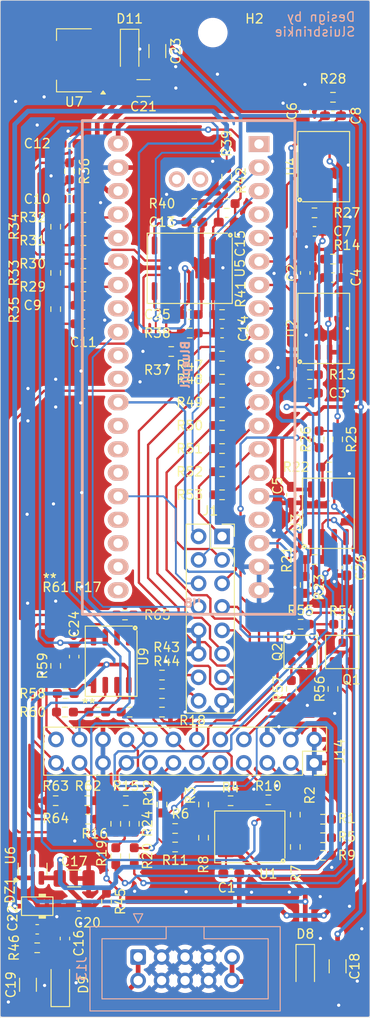
<source format=kicad_pcb>
(kicad_pcb (version 20240108) (generator "pcbnew") (generator_version "8.0")
  (layers (0 "F.Cu" signal) (31 "B.Cu" signal) (34 "B.Paste" user) (35 "F.Paste" user) (36 "B.SilkS" user "B.Silkscreen") (37 "F.SilkS" user "F.Silkscreen") (38 "B.Mask" user) (39 "F.Mask" user) (44 "Edge.Cuts" user))
  (net 0 "")
  (net 1 "-12V")
  (net 2 "+12V")
  (net 3 "GND")
  (net 4 "+3V3")
  (net 5 "Net-(U2A--)")
  (net 6 "/Inputs/CV1")
  (net 7 "Net-(U2B--)")
  (net 8 "/Inputs/CV2")
  (net 9 "/Inputs/CV3")
  (net 10 "Net-(U4A--)")
  (net 11 "/Inputs/CV4")
  (net 12 "Net-(U4B--)")
  (net 13 "Net-(C9-Pad1)")
  (net 14 "Net-(C10-Pad1)")
  (net 15 "Net-(U5C-+)")
  (net 16 "Net-(U5B-+)")
  (net 17 "/PRE_ATV_OUT1")
  (net 18 "Net-(U5D--)")
  (net 19 "/PRE_ATV_OUT2")
  (net 20 "Net-(U5A--)")
  (net 21 "/-10V_REF")
  (net 22 "/Output/-3V6_REF")
  (net 23 "+5V")
  (net 24 "Net-(D8-A)")
  (net 25 "Net-(D9-K)")
  (net 26 "/CV1_JACK")
  (net 27 "/CV1_POT")
  (net 28 "/CV2_POT")
  (net 29 "/CV1_ATVPOT")
  (net 30 "/CV2_JACK")
  (net 31 "/CV2_ATVPOT")
  (net 32 "/CV4_POT")
  (net 33 "/CV3_JACK")
  (net 34 "/TRIG_2")
  (net 35 "/TRIG_1")
  (net 36 "/CV4_ATVPOT")
  (net 37 "/CV4_JACK")
  (net 38 "/CV3_ATVPOT")
  (net 39 "/CV3_POT")
  (net 40 "/LED2")
  (net 41 "/OUT2")
  (net 42 "/SW_DUAL")
  (net 43 "/SW_TRIG2")
  (net 44 "/LED5")
  (net 45 "/LED1")
  (net 46 "/SW_TRIG1")
  (net 47 "/SW_MODE")
  (net 48 "/LED3")
  (net 49 "/LED_SALIDA_1")
  (net 50 "/LED_SALIDA_2")
  (net 51 "/OUT1")
  (net 52 "/LED4")
  (net 53 "Net-(Q1-B)")
  (net 54 "/Processor/STM_TRIG_1")
  (net 55 "Net-(Q2-B)")
  (net 56 "/Processor/STM_TRIG_2")
  (net 57 "Net-(U1A--)")
  (net 58 "Net-(U1B--)")
  (net 59 "Net-(R7-Pad2)")
  (net 60 "Net-(R11-Pad1)")
  (net 61 "Net-(U3A--)")
  (net 62 "Net-(U3B--)")
  (net 63 "Net-(R21-Pad2)")
  (net 64 "Net-(R22-Pad2)")
  (net 65 "/Output/CH1_PWM1")
  (net 66 "/Output/CH1_PWM2")
  (net 67 "Net-(R30-Pad1)")
  (net 68 "/Output/CH2_PWM1")
  (net 69 "Net-(R32-Pad1)")
  (net 70 "/Output/CH2_PWM2")
  (net 71 "Net-(U5C--)")
  (net 72 "Net-(U5B--)")
  (net 73 "Net-(U8-PA4)")
  (net 74 "Net-(U8-PA5_SCK1)")
  (net 75 "Net-(U8-PA6_MISO1)")
  (net 76 "Net-(U8-PA7_MOSI1)")
  (net 77 "Net-(U8-PB0)")
  (net 78 "Net-(U8-PB1)")
  (net 79 "Net-(U8-PB10_SCL2)")
  (net 95 "/OUT2_ATVPOT")
  (net 96 "/OUT1_ATVPOT")
  (net 97 "Net-(R43-Pad2)")
  (net 98 "Net-(R44-Pad2)")
  (net 99 "Net-(U9B--)")
  (net 100 "Net-(U9A--)")
  (footprint "Resistor_SMD:R_0603_1608Metric_Pad0.98x0.95mm_HandSolder" (layer "F.Cu") (at 134.5 87.5 90)
    (property "Reference" "R26")
    (property "Value" "100k")
  )
  (footprint "Resistor_SMD:R_0603_1608Metric_Pad0.98x0.95mm_HandSolder" (layer "F.Cu") (at 137 107.5)
    (property "Reference" "R54")
    (property "Value" "10k")
  )
  (footprint "Resistor_SMD:R_0603_1608Metric_Pad0.98x0.95mm_HandSolder" (layer "F.Cu") (at 106 73.4125 90)
    (property "Reference" "R35")
    (property "Value" "1k5")
  )
  (footprint "Connector_PinSocket_2.54mm:PinSocket_2x12_P2.54mm_Vertical" (layer "F.Cu") (at 133.975 122.5 -90)
    (property "Reference" "J14")
    (property "Value" "Conn_02x12_Odd_Even")
  )
  (footprint "PCM_Package_SO_AKL:SO-8_3.9x4.9mm_P1.27mm" (layer "F.Cu") (at 112 111.5 -90)
    (property "Reference" "U9")
    (property "Value" "TL072CD" (hide yes))
  )
  (footprint "Capacitor_SMD:C_0603_1608Metric_Pad1.08x0.95mm_HandSolder" (layer "F.Cu") (at 125 134.5)
    (property "Reference" "C1")
    (property "Value" "100n")
  )
  (footprint "Package_TO_SOT_SMD:SOT-23" (layer "F.Cu") (at 103.5 134 90)
    (property "Reference" "U6")
    (property "Value" "LM4040DBZ-10")
  )
  (footprint "MountingHole:MountingHole_2.7mm_M2.5" (layer "F.Cu") (at 123 43.5)
    (property "Reference" "H2")
    (property "Value" "MountingHole")
  )
  (footprint "Capacitor_SMD:C_0603_1608Metric_Pad1.08x0.95mm_HandSolder" (layer "F.Cu") (at 136 70 180)
    (property "Reference" "C4")
    (property "Value" "150pf")
  )
  (footprint "Resistor_SMD:R_0603_1608Metric_Pad0.98x0.95mm_HandSolder" (layer "F.Cu") (at 124.5 59.0875 90)
    (property "Reference" "R39")
    (property "Value" "15k")
  )
  (footprint "Resistor_SMD:R_0603_1608Metric_Pad0.98x0.95mm_HandSolder" (layer "F.Cu") (at 124 93.5)
    (property "Reference" "R53")
    (property "Value" "2k")
  )
  (footprint "Capacitor_SMD:C_0603_1608Metric_Pad1.08x0.95mm_HandSolder" (layer "F.Cu") (at 133 52 90)
    (property "Reference" "C6")
    (property "Value" "100n")
  )
  (footprint "Resistor_SMD:R_0603_1608Metric_Pad0.98x0.95mm_HandSolder" (layer "F.Cu") (at 124 91)
    (property "Reference" "R52")
    (property "Value" "2k")
  )
  (footprint "Capacitor_SMD:C_1206_3216Metric_Pad1.33x1.80mm_HandSolder" (layer "F.Cu") (at 117 45.5 -90)
    (property "Reference" "C23")
    (property "Value" "22uF")
  )
  (footprint "Resistor_SMD:R_0603_1608Metric_Pad0.98x0.95mm_HandSolder" (layer "F.Cu") (at 109 63.5)
    (property "Reference" "R32")
    (property "Value" "180k")
  )
  (footprint "Resistor_SMD:R_0603_1608Metric_Pad0.98x0.95mm_HandSolder" (layer "F.Cu") (at 133 103.25 -90)
    (property "Reference" "R23")
    (property "Value" "100k")
  )
  (footprint "Resistor_SMD:R_0603_1608Metric_Pad0.98x0.95mm_HandSolder" (layer "F.Cu") (at 120.5 76 180)
    (property "Reference" "R38")
    (property "Value" "6k8")
  )
  (footprint "Resistor_SMD:R_0603_1608Metric_Pad0.98x0.95mm_HandSolder" (layer "F.Cu") (at 136 50.5 180)
    (property "Reference" "R28")
    (property "Value" "33k")
  )
  (footprint "Resistor_SMD:R_0603_1608Metric_Pad0.98x0.95mm_HandSolder" (layer "F.Cu") (at 133.5 80.5 180)
    (property "Reference" "R13")
    (property "Value" "33k")
  )
  (footprint "Capacitor_SMD:C_0603_1608Metric_Pad1.08x0.95mm_HandSolder" (layer "F.Cu") (at 104 140.5)
    (property "Reference" "C22")
    (property "Value" "100n")
  )
  (footprint "Resistor_SMD:R_0603_1608Metric_Pad0.98x0.95mm_HandSolder" (layer "F.Cu") (at 124 78.5)
    (property "Reference" "R47")
    (property "Value" "2k")
  )
  (footprint "Resistor_SMD:R_0603_1608Metric_Pad0.98x0.95mm_HandSolder" (layer "F.Cu") (at 117.5 127 -90)
    (property "Reference" "R12")
    (property "Value" "100k")
  )
  (footprint "Resistor_SMD:R_0603_1608Metric_Pad0.98x0.95mm_HandSolder" (layer "F.Cu") (at 114 117)
    (property "Reference" "R17")
    (property "Value" "47k")
  )
  (footprint "Resistor_SMD:R_0603_1608Metric_Pad0.98x0.95mm_HandSolder" (layer "F.Cu") (at 131.5 114.5 90)
    (property "Reference" "R57")
    (property "Value" "100k")
  )
  (footprint "Resistor_SMD:R_0603_1608Metric_Pad0.98x0.95mm_HandSolder" (layer "F.Cu") (at 109 66)
    (property "Reference" "R31")
    (property "Value" "1k5")
  )
  (footprint "Resistor_SMD:R_0603_1608Metric_Pad0.98x0.95mm_HandSolder" (layer "F.Cu") (at 107.0875 115)
    (property "Reference" "R58")
    (property "Value" "47k")
  )
  (footprint "Resistor_SMD:R_0603_1608Metric_Pad0.98x0.95mm_HandSolder" (layer "F.Cu") (at 112.5 129.0875 -90)
    (property "Reference" "R16")
    (property "Value" "47k")
  )
  (footprint "Connector_PinSocket_2.54mm:PinSocket_2x08_P2.54mm_Vertical" (layer "F.Cu") (at 124 98)
    (property "Reference" "J1")
    (property "Value" "Conn_02x08_Odd_Even")
  )
  (footprint "Resistor_SMD:R_0603_1608Metric_Pad0.98x0.95mm_HandSolder" (layer "F.Cu") (at 136 114.5 90)
    (property "Reference" "R56")
    (property "Value" "100k")
  )
  (footprint "Resistor_SMD:R_0603_1608Metric_Pad0.98x0.95mm_HandSolder" (layer "F.Cu") (at 135.5875 90.5 180)
    (property "Reference" "R22")
    (property "Value" "100k")
  )
  (footprint "PCM_Package_SO_AKL:SO-8_3.9x4.9mm_P1.27mm" (layer "F.Cu") (at 127 130.5 180)
    (property "Reference" "U1")
    (property "Value" "TL072CD" (hide yes))
  )
  (footprint "Resistor_SMD:R_0603_1608Metric_Pad0.98x0.95mm_HandSolder" (layer "F.Cu") (at 104 142.5)
    (property "Reference" "R46")
    (property "Value" "10k")
  )
  (footprint "Resistor_SMD:R_0603_1608Metric_Pad0.98x0.95mm_HandSolder" (layer "F.Cu") (at 132.5 107.5 180)
    (property "Reference" "R55")
    (property "Value" "10k")
  )
  (footprint "PCM_Package_SO_AKL:SOIC-14_3.9x8.7mm_P1.27mm" (layer "F.Cu") (at 120.5 69 -90)
    (property "Reference" "U5")
    (property "Value" "TL074CD" (hide yes))
  )
  (footprint "Resistor_SMD:R_0603_1608Metric_Pad0.98x0.95mm_HandSolder" (layer "F.Cu") (at 106 64.5 -90)
    (property "Reference" "R34")
    (property "Value" "12k")
  )
  (footprint "PCM_Package_TO_SOT_SMD_AKL:SOT-23" (layer "F.Cu") (at 132.5 110.5 90)
    (property "Reference" "Q2")
    (property "Value" "S8050 J3Y" (hide yes))
  )
  (footprint "Capacitor_SMD:C_0603_1608Metric_Pad1.08x0.95mm_HandSolder" (layer "F.Cu") (at 134 65 180)
    (property "Reference" "C7")
    (property "Value" "150pf")
  )
  (footprint "Capacitor_SMD:C_0603_1608Metric_Pad1.08x0.95mm_HandSolder" (layer "F.Cu") (at 124.5 64)
    (property "Reference" "C15")
    (property "Value" "150pf")
  )
  (footprint "Capacitor_SMD:C_0603_1608Metric_Pad1.08x0.95mm_HandSolder" (layer "F.Cu") (at 107.5 55.5 180)
    (property "Reference" "C12")
    (property "Value" "4.7n")
  )
  (footprint "Resistor_SMD:R_0603_1608Metric_Pad0.98x0.95mm_HandSolder" (layer "F.Cu") (at 106 126.5875 180)
    (property "Reference" "R63")
    (property "Value" "47k")
  )
  (footprint "Resistor_SMD:R_0603_1608Metric_Pad0.98x0.95mm_HandSolder" (layer "F.Cu") (at 106 112 90)
    (property "Reference" "R59")
    (property "Value" "47k")
  )
  (footprint "Resistor_SMD:R_0603_1608Metric_Pad0.98x0.95mm_HandSolder" (layer "F.Cu") (at 124 83.5)
    (property "Reference" "R49")
    (property "Value" "2k")
  )
  (footprint "Resistor_SMD:R_0603_1608Metric_Pad0.98x0.95mm_HandSolder" (layer "F.Cu") (at 107 117)
    (property "Reference" "R60")
    (property "Value" "100k")
  )
  (footprint "Resistor_SMD:R_0603_1608Metric_Pad0.98x0.95mm_HandSolder" (layer "F.Cu") (at 118.925 129.595)
    (property "Reference" "R6")
    (property "Value" "100k")
  )
  (footprint "Capacitor_SMD:C_0603_1608Metric_Pad1.08x0.95mm_HandSolder" (layer "F.Cu") (at 136 52.5 180)
    (property "Reference" "C8")
    (property "Value" "150pf")
  )
  (footprint "Capacitor_SMD:C_0603_1608Metric_Pad1.08x0.95mm_HandSolder" (layer "F.Cu") (at 109 75)
    (property "Reference" "C11")
    (property "Value" "4.7n")
  )
  (footprint "Capacitor_SMD:C_0603_1608Metric_Pad1.08x0.95mm_HandSolder" (layer "F.Cu") (at 108 111 90)
    (property "Reference" "C24")
    (property "Value" "100n")
  )
  (footprint "Resistor_SMD:R_0603_1608Metric_Pad0.98x0.95mm_HandSolder" (layer "F.Cu") (at 134 100.5 180)
    (property "Reference" "R21")
    (property "Value" "100k")
  )
  (footprint "Capacitor_SMD:C_1206_3216Metric_Pad1.33x1.80mm_HandSolder" (layer "F.Cu") (at 136.5 144.5 -90)
    (property "Reference" "C18")
    (property "Value" "22uF")
  )
  (footprint "Resistor_SMD:R_0603_1608Metric_Pad0.98x0.95mm_HandSolder" (layer "F.Cu") (at 109 71)
    (property "Reference" "R29")
    (property "Value" "1k5")
  )
  (footprint "Resistor_SMD:R_0603_1608Metric_Pad0.98x0.95mm_HandSolder" (layer "F.Cu") (at 117.5 117)
    (property "Reference" "R18")
    (property "Value" "47k")
  )
  (footprint "Resistor_SMD:R_0603_1608Metric_Pad0.98x0.95mm_HandSolder" (layer "F.Cu") (at 113.5875 126.5875 180)
    (property "Reference" "R15")
    (property "Value" "47k")
  )
  (footprint "Capacitor_SMD:C_0603_1608Metric_Pad1.08x0.95mm_HandSolder" (layer "F.Cu") (at 109 73)
    (property "Reference" "C9")
    (property "Value" "4.7n")
  )
  (footprint "PCM_Package_TO_SOT_SMD_AKL:SOT-23" (layer "F.Cu") (at 137 110.5 90)
    (property "Reference" "Q1")
    (property "Value" "S8050 J3Y" (hide yes))
  )
  (footprint "Capacitor_SMD:C_1206_3216Metric_Pad1.33x1.80mm_HandSolder" (layer "F.Cu") (at 108 135)
    (property "Reference" "C17")
    (property "Value" "22uF")
  )
  (footprint "Resistor_SMD:R_0603_1608Metric_Pad0.98x0.95mm_HandSolder" (layer "F.Cu") (at 124 81)
    (property "Reference" "R48")
    (property "Value" "2k")
  )
  (footprint "Resistor_SMD:R_0603_1608Metric_Pad0.98x0.95mm_HandSolder" (layer "F.Cu") (at 124.5 62 180)
    (property "Reference" "R42")
    (property "Value" "33k")
  )
  (footprint "Resistor_SMD:R_0603_1608Metric_Pad0.98x0.95mm_HandSolder" (layer "F.Cu") (at 136 68 180)
    (property "Reference" "R14")
    (property "Value" "33k")
  )
  (footprint "Resistor_SMD:R_0603_1608Metric_Pad0.98x0.95mm_HandSolder" (layer "F.Cu") (at 113.5 106.5)
    (property "Reference" "R65")
    (property "Value" "100k")
  )
  (footprint "Package_TO_SOT_SMD:SOT-223-3_TabPin2" (layer "F.Cu") (at 108 46.5 180)
    (property "Reference" "U7")
    (property "Value" "AMS1117-5.0")
  )
  (footprint "Resistor_SMD:R_0603_1608Metric_Pad0.98x0.95mm_HandSolder" (layer "F.Cu") (at 134.925 128.595 180)
    (property "Reference" "R1")
    (property "Value" "47k")
  )
  (footprint "Capacitor_SMD:C_0603_1608Metric_Pad1.08x0.95mm_HandSolder" (layer "F.Cu") (at 121 64)
    (property "Reference" "C13")
    (property "Value" "100n")
  )
  (footprint "Diode_SMD:D_SOD-123" (layer "F.Cu") (at 114 45.5 -90)
    (property "Reference" "D11")
    (property "Value" "B140HW-7")
  )
  (footprint "Resistor_SMD:R_0603_1608Metric_Pad0.98x0.95mm_HandSolder" (layer "F.Cu") (at 109.4125 126.5875 180)
    (property "Reference" "R62")
    (property "Value" "47k")
  )
  (footprint "Resistor_SMD:R_0603_1608Metric_Pad0.98x0.95mm_HandSolder" (layer "F.Cu") (at 134.925 130.595 180)
    (property "Reference" "R5")
    (property "Value" "100k")
  )
  (footprint "Resistor_SMD:R_0603_1608Metric_Pad0.98x0.95mm_HandSolder" (layer "F.Cu") (at 110.5 117)
    (property "Reference" "R61")
    (property "Value" "100k")
  )
  (footprint "Resistor_SMD:R_0603_1608Metric_Pad0.98x0.95mm_HandSolder" (layer "F.Cu") (at 117.5 113 180)
    (property "Reference" "R43")
    (property "Value" "1k")
  )
  (footprint "Resistor_SMD:R_0603_1608Metric_Pad0.98x0.95mm_HandSolder" (layer "F.Cu") (at 107.5 58.5 -90)
    (property "Reference" "R36")
    (property "Value" "1k5")
  )
  (footprint "Resistor_SMD:R_0603_1608Metric_Pad0.98x0.95mm_HandSolder" (layer "F.Cu") (at 114.5 132.5875 -90)
    (property "Reference" "R20")
    (property "Value" "100k")
  )
  (footprint "Resistor_SMD:R_0603_1608Metric_Pad0.98x0.95mm_HandSolder" (layer "F.Cu") (at 117.5 115 180)
    (property "Reference" "R44")
    (property "Value" "1k")
  )
  (footprint "Capacitor_SMD:C_1206_3216Metric_Pad1.33x1.80mm_HandSolder" (layer "F.Cu") (at 103 146.5 90)
    (property "Reference" "C19")
    (property "Value" "22uF")
  )
  (footprint "PCM_Package_SO_AKL:SO-8_3.9x4.9mm_P1.27mm" (layer "F.Cu") (at 135.5 95.5 90)
    (property "Reference" "U3")
    (property "Value" "TL072CD" (hide yes))
  )
  (footprint "Resistor_SMD:R_0603_1608Metric_Pad0.98x0.95mm_HandSolder" (layer "F.Cu") (at 122 127 90)
    (property "Reference" "R3")
    (property "Value" "47k")
  )
  (footprint "Resistor_SMD:R_0603_1608Metric_Pad0.98x0.95mm_HandSolder" (layer "F.Cu") (at 118.925 131.595 180)
    (property "Reference" "R11")
    (property "Value" "100k")
  )
  (footprint "Resistor_SMD:R_0603_1608Metric_Pad0.98x0.95mm_HandSolder" (layer "F.Cu") (at 111.5 137.5 90)
    (property "Reference" "R45")
    (property "Value" "2k")
  )
  (footprint "Resistor_SMD:R_0603_1608Metric_Pad0.98x0.95mm_HandSolder" (layer "F.Cu") (at 124 88.5)
    (property "Reference" "R51")
    (property "Value" "2k")
  )
  (footprint "Resistor_SMD:R_0603_1608Metric_Pad0.98x0.95mm_HandSolder" (layer "F.Cu") (at 106 69.5 90)
    (property "Reference" "R33")
    (property "Value" "12k")
  )
  (footprint "Capacitor_SMD:C_0603_1608Metric_Pad1.08x0.95mm_HandSolder" (layer "F.Cu") (at 133.5 82.5 180)
    (property "Reference" "C3")
    (property "Value" "150pf")
  )
  (footprint "Resistor_SMD:R_0603_1608Metric_Pad0.98x0.95mm_HandSolder" (layer "F.Cu") (at 114.5 129.0875 -90)
    (property "Reference" "R24")
    (property "Value" "100k")
  )
  (footprint "Resistor_SMD:R_0603_1608Metric_Pad0.98x0.95mm_HandSolder" (layer "F.Cu") (at 124 86)
    (property "Reference" "R50")
    (property "Value" "2k")
  )
  (footprint "Capacitor_SMD:C_0603_1608Metric_Pad1.08x0.95mm_HandSolder" (layer "F.Cu") (at 137.5 101.3625 90)
    (property "Reference" "C26")
    (property "Value" "100n")
  )
  (footprint "Resistor_SMD:R_0603_1608Metric_Pad0.98x0.95mm_HandSolder" (layer "F.Cu") (at 134.925 132.5)
    (property "Reference" "R9")
    (property "Value" "100k")
  )
  (footprint "PCM_Package_SO_AKL:SO-8_3.9x4.9mm_P1.27mm" (layer "F.Cu") (at 135 75.5 90)
    (property "Reference" "U2")
    (property "Value" "MCP6002-I-SN" (hide yes))
  )
  (footprint "Resistor_SMD:R_0603_1608Metric_Pad0.98x0.95mm_HandSolder" (layer "F.Cu") (at 131.925 128.095 90)
    (property "Reference" "R2")
    (property "Value" "47k")
  )
  (footprint "Resistor_SMD:R_0603_1608Metric_Pad0.98x0.95mm_HandSolder" (layer "F.Cu") (at 112.5 132.5875 -90)
    (property "Reference" "R19")
    (property "Value" "100k")
  )
  (footprint "Resistor_SMD:R_0603_1608Metric_Pad0.98x0.95mm_HandSolder" (layer "F.Cu") (at 136.5 87.5 90)
    (property "Reference" "R25")
    (property "Value" "100k")
  )
  (footprint "Resistor_SMD:R_0603_1608Metric_Pad0.98x0.95mm_HandSolder" (layer "F.Cu") (at 129 126.5 180)
    (property "Reference" "R10")
    (property "Value" "100k")
  )
  (footprint "Resistor_SMD:R_0603_1608Metric_Pad0.98x0.95mm_HandSolder" (layer "F.Cu") (at 121 62 180)
    (property "Reference" "R40")
    (property "Value" "6k8")
  )
  (footprint "Capacitor_SMD:C_0603_1608Metric_Pad1.08x0.95mm_HandSolder" (layer "F.Cu") (at 108.5 138 180)
    (property "Reference" "C20")
    (property "Value" "100n")
  )
  (footprint "Capacitor_SMD:C_0603_1608Metric_Pad1.08x0.95mm_HandSolder" (layer "F.Cu") (at 133 69.5 90)
    (property "Reference" "C2")
    (property "Value" "100n")
  )
  (footprint "Resistor_SMD:R_0603_1608Metric_Pad0.98x0.95mm_HandSolder" (layer "F.Cu") (at 109 68.5)
    (property "Reference" "R30")
    (property "Value" "180k")
  )
  (footprint "Capacitor_SMD:C_1206_3216Metric_Pad1.33x1.80mm_HandSolder" (layer "F.Cu") (at 115.5 49.5)
    (property "Reference" "C21")
    (property "Value" "22uF")
  )
  (footprint "Resistor_SMD:R_0603_1608Metric_Pad0.98x0.95mm_HandSolder" (layer "F.Cu") (at 124.925 126.595)
    (property "Reference" "R4")
    (property "Value" "47k")
  )
  (footprint "Capacitor_SMD:C_0603_1608Metric_Pad1.08x0.95mm_HandSolder" (layer "F.Cu") (at 120.5 74 180)
    (property "Reference" "C25")
    (property "Value" "100n")
  )
  (footprint "Capacitor_SMD:C_0603_1608Metric_Pad1.08x0.95mm_HandSolder" (layer "F.Cu") (at 107.5 61.5)
    (property "Reference" "C10")
    (property "Value" "4.7n")
  )
  (footprint "Resistor_SMD:R_0603_1608Metric_Pad0.98x0.95mm_HandSolder" (layer "F.Cu") (at 124 74 180)
    (property "Reference" "R41")
    (property "Value" "33k")
  )
  (footprint "PCM_Package_SO_AKL:SO-8_3.9x4.9mm_P1.27mm" (layer "F.Cu") (at 135 58 90)
    (property "Reference" "U4")
    (property "Value" "MCP6002-I-SN" (hide yes))
  )
  (footprint "Capacitor_SMD:C_0603_1608Metric_Pad1.08x0.95mm_HandSolder" (layer "F.Cu") (at 124 76)
    (property "Reference" "C14")
    (property "Value" "150pf")
  )
  (footprint "Resistor_SMD:R_0603_1608Metric_Pad0.98x0.95mm_HandSolder" (layer "F.Cu") (at 118.5 78 180)
    (property "Reference" "R37")
    (property "Value" "15k")
  )
  (footprint "Diode_SMD:D_SOD-123" (layer "F.Cu") (at 133 144.5 -90)
    (property "Reference" "D8")
    (property "Value" "B140HW-7")
  )
  (footprint "Resistor_SMD:R_0603_1608Metric_Pad0.98x0.95mm_HandSolder" (layer "F.Cu") (at 131.925 131.595 -90)
    (property "Reference" "R7")
    (property "Value" "100k")
  )
  (footprint "PCM_Diode_SMD_AKL:D_SOD-323" (layer "F.Cu") (at 104 138 180)
    (property "Reference" "DZ1")
    (property "Value" "ZMM3V6" (hide yes))
  )
  (footprint "Resistor_SMD:R_0603_1608Metric_Pad0.98x0.95mm_HandSolder" (layer "F.Cu") (at 134 63 180)
    (property "Reference" "R27")
    (property "Value" "33k")
  )
  (footprint "Capacitor_SMD:C_0603_1608Metric_Pad1.08x0.95mm_HandSolder" (layer "F.Cu") (at 107 141.5 90)
    (property "Reference" "C16")
    (property "Value" "100n")
  )
  (footprint "Resistor_SMD:R_0603_1608Metric_Pad0.98x0.95mm_HandSolder" (layer "F.Cu") (at 109.5 128.5875 180)
    (property "Reference" "R64")
    (property "Value" "100k")
  )
  (footprint "Capacitor_SMD:C_0603_1608Metric_Pad1.08x0.95mm_HandSolder" (layer "F.Cu") (at 131.5 93.5 -90)
    (property "Reference" "C5")
    (property "Value" "100n")
  )
  (footprint "Resistor_SMD:R_0603_1608Metric_Pad0.98x0.95mm_HandSolder" (layer "F.Cu") (at 122 130.595 -90)
    (property "Reference" "R8")
    (property "Value" "100k")
  )
  (footprint "Diode_SMD:D_SOD-123" (layer "F.Cu") (at 106.5 146.5 90)
    (property "Reference" "D9")
    (property "Value" "B140HW-7")
  )
  (footprint "Connector_IDC:IDC-Header_2x05_P2.54mm_Vertical" (layer "B.Cu") (at 114.92 143.5 -90)
    (property "Reference" "J13")
    (property "Value" "Eurorack Power")
  )
  (footprint "BluePill_breakouts:BluePill_STM32F103C" (layer "B.Cu") (at 128 55.6108 180)
    (property "Reference" "U8")
    (property "Value" "Bluepill")
  )
  (gr_rect (start 100 40) (end 140 150) (stroke (width 0.05)) (fill none) (layer "Edge.Cuts"))
  (gr_text "Design by \nSluisbrinkie\n" (at 138.5 44 0) (layer "B.SilkS") (effects (font (size 1 1)) (justify left bottom mirror)))
  (gr_text "**\n" (at 104.5 103.130922 0) (layer "F.SilkS") (effects (font (size 1 1)) (justify left bottom)))
  (gr_text "**\n" (at 108.70624 116.681977 0) (layer "F.SilkS") (effects (font (size 1 1)) (justify left bottom)))
  (segment (start 107 142.3625) (end 110.1375 142.3625) (width 0.508) (layer "F.Cu") (net 1))
  (segment (start 125.882092 138.4125) (end 130.4125 138.4125) (width 0.508) (layer "F.Cu") (net 1))
  (segment (start 137.5 100.5) (end 137.5 98.17) (width 0.254) (layer "F.Cu") (net 1))
  (segment (start 103.0875 144.85) (end 103 144.9375) (width 0.508) (layer "F.Cu") (net 1))
  (segment (start 138.5 100.5) (end 137.5 100.5) (width 0.508) (layer "F.Cu") (net 1))
  (segment (start 139.054 134.946) (end 139.054 101.054) (width 0.508) (layer "F.Cu") (net 1))
  (segment (start 111.5 138.4125) (end 113 138.4125) (width 0.508) (layer "F.Cu") (net 1))
  (segment (start 111.5 135) (end 113 136.5) (width 0.254) (layer "F.Cu") (net 1))
  (segment (start 135 139) (end 139.054 134.946) (width 0.508) (layer "F.Cu") (net 1))
  (segment (start 120.5 71.475) (end 120.5 69.5) (width 0.4) (layer "F.Cu") (net 1))
  (segment (start 125.8625 138.392908) (end 125.882092 138.4125) (width 0.508) (layer "F.Cu") (net 1))
  (segment (start 139.054 101.054) (end 138.5 100.5) (width 0.508) (layer "F.Cu") (net 1))
  (segment (start 108 110.1375) (end 109.2125 108.925) (width 0.4) (layer "F.Cu") (net 1))
  (segment (start 109.2125 108.925) (end 110.095 108.925) (width 0.4) (layer "F.Cu") (net 1))
  (segment (start 125.8625 134.5) (end 125.8625 138.392908) (width 0.508) (layer "F.Cu") (net 1))
  (segment (start 113 138.4125) (end 125.0875 138.4125) (width 0.508) (layer "F.Cu") (net 1))
  (segment (start 127.905 128.595) (end 127.5 129) (width 0.254) (layer "F.Cu") (net 1))
  (segment (start 106.5 144.85) (end 103.0875 144.85) (width 0.508) (layer "F.Cu") (net 1))
  (segment (start 129.575 128.595) (end 127.905 128.595) (width 0.254) (layer "F.Cu") (net 1))
  (segment (start 104.9125 142.5) (end 106.8625 142.5) (width 0.508) (layer "F.Cu") (net 1))
  (segment (start 130.4125 138.4125) (end 131 139) (width 0.508) (layer "F.Cu") (net 1))
  (segment (start 120.5 71.475) (end 120.5 72.449999) (width 0.4) (layer "F.Cu") (net 1))
  (segment (start 119.6375 73.312499) (end 119.6375 74) (width 0.4) (layer "F.Cu") (net 1))
  (segment (start 120.5 69.5) (end 120 69) (width 0.4) (layer "F.Cu") (net 1))
  (segment (start 107.3625 109.5) (end 108 110.1375) (width 0.254) (layer "F.Cu") (net 1))
  (segment (start 137.5 98.17) (end 137.405 98.075) (width 0.254) (layer "F.Cu") (net 1))
  (segment (start 110.1375 142.3625) (end 111.5 141) (width 0.508) (layer "F.Cu") (net 1))
  (segment (start 107 142.3625) (end 107 144.35) (width 0.508) (layer "F.Cu") (net 1))
  (segment (start 106.5 109.5) (end 107.3625 109.5) (width 0.254) (layer "F.Cu") (net 1))
  (segment (start 120.5 72.449999) (end 119.6375 73.312499) (width 0.4) (layer "F.Cu") (net 1))
  (segment (start 111.5 141) (end 111.5 138.4125) (width 0.508) (layer "F.Cu") (net 1))
  (segment (start 125.0875 138.4125) (end 125.882092 138.4125) (width 0.508) (layer "F.Cu") (net 1))
  (segment (start 113 136.5) (end 113 138.4125) (width 0.254) (layer "F.Cu") (net 1))
  (segment (start 107 144.35) (end 106.5 144.85) (width 0.508) (layer "F.Cu") (net 1))
  (segment (start 106.8625 142.5) (end 107 142.3625) (width 0.508) (layer "F.Cu") (net 1))
  (via (at 120 69) (size 0.7) (drill 0.35) (layers "F.Cu" "B.Cu") (net 1))
  (via (at 131 139) (size 0.7) (drill 0.35) (layers "F.Cu" "B.Cu") (net 1))
  (via (at 111.5 135) (size 0.7) (drill 0.35) (layers "F.Cu" "B.Cu") (net 1))
  (via (at 135 139) (size 0.7) (drill 0.35) (layers "F.Cu" "B.Cu") (net 1))
  (via (at 106.5 109.5) (size 0.7) (drill 0.35) (layers "F.Cu" "B.Cu") (net 1))
  (via (at 127.5 129) (size 0.7) (drill 0.35) (layers "F.Cu" "B.Cu") (net 1))
  (segment (start 123.5 53.759734) (end 123.5 55) (width 0.254) (layer "B.Cu") (net 1))
  (segment (start 119.090398 53.123) (end 122.863266 53.123) (width 0.254) (layer "B.Cu") (net 1))
  (segment (start 112 133) (end 126.5 133) (width 0.254) (layer "B.Cu") (net 1))
  (segment (start 111.5 133.5) (end 111.5 133) (width 0.254) (layer "B.Cu") (net 1))
  (segment (start 106.5 109.5) (end 105 109.5) (width 0.254) (layer "B.Cu") (net 1))
  (segment (start 119.5 75.5) (end 120 75) (width 0.254) (layer "B.Cu") (net 1))
  (segment (start 113 115.5) (end 112.5 116) (width 0.254) (layer "B.Cu") (net 1))
  (segment (start 104.5 117) (end 104.5 131) (width 0.254) (layer "B.Cu") (net 1))
  (segment (start 115 56.5) (end 115 75) (width 0.254) (layer "B.Cu") (net 1))
  (segment (start 115 75) (end 115.5 75.5) (width 0.254) (layer "B.Cu") (net 1))
  (segment (start 112 133) (end 111.5 133) (width 0.254) (layer "B.Cu") (net 1))
  (segment (start 116 55.5) (end 115 56.5) (width 0.254) (layer "B.Cu") (net 1))
  (segment (start 110.5 132) (end 111.5 133) (width 0.254) (layer "B.Cu") (net 1))
  (segment (start 115.5 75.5) (end 119.5 75.5) (width 0.254) (layer "B.Cu") (net 1))
  (segment (start 106.5 109.5) (end 111.5 109.5) (width 0.254) (layer "B.Cu") (net 1))
  (segment (start 123 55.5) (end 116 55.5) (width 0.254) (layer "B.Cu") (net 1))
  (segment (start 122.863266 53.123) (end 123.5 53.759734) (width 0.254) (layer "B.Cu") (net 1))
  (segment (start 120 75) (end 120 69) (width 0.254) (layer "B.Cu") (net 1))
  (segment (start 126.5 133) (end 127.5 132) (width 0.254) (layer "B.Cu") (net 1))
  (segment (start 112.5 116) (end 105.5 116) (width 0.254) (layer "B.Cu") (net 1))
  (segment (start 105 109.5) (end 104.301039 108.801039) (width 0.254) (layer "B.Cu") (net 1))
  (segment (start 104.301039 108.801039) (end 104.301039 55.198961) (width 0.254) (layer "B.Cu") (net 1))
  (segment (start 105.5 116) (end 104.5 117) (width 0.254) (layer "B.Cu") (net 1))
  (segment (start 119.082023 53.131375) (end 119.090398 53.123) (width 0.254) (layer "B.Cu") (net 1))
  (segment (start 131 139) (end 135 139) (width 0.508) (layer "B.Cu") (net 1))
  (segment (start 106.368625 53.131375) (end 119.082023 53.131375) (width 0.254) (layer "B.Cu") (net 1))
  (segment (start 111.5 109.5) (end 113 111) (width 0.254) (layer "B.Cu") (net 1))
  (segment (start 123.5 55) (end 123 55.5) (width 0.254) (layer "B.Cu") (net 1))
  (segment (start 105.5 132) (end 110.5 132) (width 0.254) (layer "B.Cu") (net 1))
  (segment (start 127.5 132) (end 127.5 129) (width 0.254) (layer "B.Cu") (net 1))
  (segment (start 104.301039 55.198961) (end 106.368625 53.131375) (width 0.254) (layer "B.Cu") (net 1))
  (segment (start 113 111) (end 113 115.5) (width 0.254) (layer "B.Cu") (net 1))
  (segment (start 104.5 131) (end 105.5 132) (width 0.254) (layer "B.Cu") (net 1))
  (segment (start 111.5 135) (end 111.5 133.5) (width 0.254) (layer "B.Cu") (net 1))
  (segment (start 113.905 112.405) (end 113.905 114.075) (width 0.4) (layer "F.Cu") (net 2))
  (segment (start 133 136.5) (end 131.5 135) (width 0.508) (layer "F.Cu") (net 2))
  (segment (start 111.5 43.85) (end 114 43.85) (width 0.4) (layer "F.Cu") (net 2))
  (segment (start 133 137.5) (end 133 136.5) (width 0.508) (layer "F.Cu") (net 2))
  (segment (start 133.0875 142.9375) (end 133 142.85) (width 0.508) (layer "F.Cu") (net 2))
  (segment (start 111.5 111.8625) (end 113.3625 111.8625) (width 0.4) (layer "F.Cu") (net 2))
  (segment (start 116.9125 43.85) (end 117 43.9375) (width 0.4) (layer "F.Cu") (net 2))
  (segment (start 120.5 64.3625) (end 120.1375 64) (width 0.4) (layer "F.Cu") (net 2))
  (segment (start 117.4375 43.9375) (end 117 43.9375) (width 0.4) (layer "F.Cu") (net 2))
  (segment (start 134.25 84.75) (end 135 84) (width 0.4) (layer "F.Cu") (net 2))
  (segment (start 133 142.85) (end 133 137.5) (width 0.508) (layer "F.Cu") (net 2))
  (segment (start 113.3625 111.8625) (end 113.905 112.405) (width 0.4) (layer "F.Cu") (net 2))
  (segment (start 133.595 92.925) (end 131.7875 92.925) (width 0.4) (layer "F.Cu") (net 2))
  (segment (start 125.800499 132.405) (end 124.425 132.405) (width 0.508) (layer "F.Cu") (net 2))
  (segment (start 131.5 135) (end 128.395499 135) (width 0.508) (layer "F.Cu") (net 2))
  (segment (start 120.1375 64) (end 118.866488 64) (width 0.4) (layer "F.Cu") (net 2))
  (segment (start 111.5 111.8625) (end 108 111.8625) (width 0.4) (layer "F.Cu") (net 2))
  (segment (start 111.15 44.2) (end 111.5 43.85) (width 0.4) (layer "F.Cu") (net 2))
  (segment (start 130.5 91.6375) (end 130.5 87.5) (width 0.4) (layer "F.Cu") (net 2))
  (segment (start 114 43.85) (end 116.9125 43.85) (width 0.4) (layer "F.Cu") (net 2))
  (segment (start 131.7875 92.925) (end 131.5 92.6375) (width 0.4) (layer "F.Cu") (net 2))
  (segment (start 136.5 142.9375) (end 133.0875 142.9375) (width 0.508) (layer "F.Cu") (net 2))
  (segment (start 124.425 134.2125) (end 124.1375 134.5) (width 0.2) (layer "F.Cu") (net 2))
  (segment (start 124.425 132.405) (end 124.425 134.2125) (width 0.2) (layer "F.Cu") (net 2))
  (segment (start 118.866488 64) (end 118.837 64.029488) (width 0.4) (layer "F.Cu") (net 2))
  (segment (start 130.5 87.5) (end 133.25 84.75) (width 0.4) (layer "F.Cu") (net 2))
  (segment (start 120.5 66.525) (end 120.5 64.3625) (width 0.4) (layer "F.Cu") (net 2))
  (segment (start 133.25 84.75) (end 134.25 84.75) (width 0.4) (layer "F.Cu") (net 2))
  (segment (start 131.5 92.6375) (end 130.5 91.6375) (width 0.4) (layer "F.Cu") (net 2))
  (segment (start 136.5 142.9375) (end 136.5 141) (width 0.508) (layer "F.Cu") (net 2))
  (segment (start 135 84) (end 139 84) (width 0.4) (layer "F.Cu") (net 2))
  (segment (start 128.395499 135) (end 125.800499 132.405) (width 0.508) (layer "F.Cu") (net 2))
  (segment (start 119 45.5) (end 117.4375 43.9375) (width 0.4) (layer "F.Cu") (net 2))
  (via (at 119 45.5) (size 0.7) (drill 0.35) (layers "F.Cu" "B.Cu") (net 2))
  (via (at 139 84) (size 0.7) (drill 0.35) (layers "F.Cu" "B.Cu") (net 2))
  (via (at 133 137.5) (size 0.7) (drill 0.35) (layers "F.Cu" "B.Cu") (net 2))
  (via (at 118.837 64.029488) (size 0.7) (drill 0.35) (layers "F.Cu" "B.Cu") (net 2))
  (via (at 111.5 111.8625) (size 0.7) (drill 0.35) (layers "F.Cu" "B.Cu") (net 2))
  (via (at 136.5 141) (size 0.7) (drill 0.35) (layers "F.Cu" "B.Cu") (net 2))
  (segment (start 138 52.5) (end 139 53.5) (width 0.4) (layer "B.Cu") (net 2))
  (segment (start 103.5 137) (end 104 137.5) (width 0.4) (layer "B.Cu") (net 2))
  (segment (start 104.5 115) (end 103.5 116) (width 0.4) (layer "B.Cu") (net 2))
  (segment (start 126 58) (end 126 52.5) (width 0.4) (layer "B.Cu") (net 2))
  (segment (start 104 137.5) (end 133 137.5) (width 0.4) (layer "B.Cu") (net 2))
  (segment (start 139 84) (end 139 138.5) (width 0.4) (layer "B.Cu") (net 2))
  (segment (start 119.970512 64.029488) (end 126 58) (width 0.4) (layer "B.Cu") (net 2))
  (segment (start 126 52.5) (end 138 52.5) (width 0.4) (layer "B.Cu") (net 2))
  (segment (start 103.5 116) (end 103.5 137) (width 0.4) (layer "B.Cu") (net 2))
  (segment (start 126 52.5) (end 119 45.5) (width 0.4) (layer "B.Cu") (net 2))
  (segment (start 139 138.5) (end 136.5 141) (width 0.4) (layer "B.Cu") (net 2))
  (segment (start 118.837 64.029488) (end 119.970512 64.029488) (width 0.4) (layer "B.Cu") (net 2))
  (segment (start 111.5 111.8625) (end 108.3625 115) (width 0.4) (layer "B.Cu") (net 2))
  (segment (start 108.3625 115) (end 104.5 115) (width 0.4) (layer "B.Cu") (net 2))
  (segment (start 139 53.5) (end 139 84) (width 0.4) (layer "B.Cu") (net 2))
  (segment (start 121.77 73.5925) (end 121.77 71.475) (width 0.254) (layer "F.Cu") (net 3))
  (segment (start 131.925 127.1825) (end 131.925 126.790865) (width 0.254) (layer "F.Cu") (net 3))
  (segment (start 131.925 126.71289) (end 130.186743 124.974633) (width 0.254) (layer "F.Cu") (net 3))
  (segment (start 131.925 127.1825) (end 131.925 126.71289) (width 0.254) (layer "F.Cu") (net 3))
  (segment (start 121.8625 64) (end 121.8625 66.4325) (width 0.254) (layer "F.Cu") (net 3))
  (segment (start 130.186743 124.974633) (end 129.905504 124.974633) (width 0.254) (layer "F.Cu") (net 3))
  (segment (start 121.8625 66.4325) (end 121.77 66.525) (width 0.254) (layer "F.Cu") (net 3))
  (segment (start 121.3625 74) (end 121.77 73.5925) (width 0.254) (layer "F.Cu") (net 3))
  (via (at 123.5 48) (size 0.7) (drill 0.35) (layers "F.Cu" "B.Cu") (net 3))
  (via (at 122.98814 57.425686) (size 0.7) (drill 0.35) (layers "F.Cu" "B.Cu") (net 3))
  (via (at 108.709664 83.557892) (size 0.7) (drill 0.35) (layers "F.Cu" "B.Cu") (net 3))
  (via (at 120 117) (size 0.7) (drill 0.35) (layers "F.Cu" "B.Cu") (net 3))
  (via (at 129.621454 97.349229) (size 0.7) (drill 0.35) (layers "F.Cu" "B.Cu") (net 3))
  (via (at 114.539017 136.384243) (size 0.7) (drill 0.35) (layers "F.Cu" "B.Cu") (net 3))
  (via (at 120.107662 136.435213) (size 0.7) (drill 0.35) (layers "F.Cu" "B.Cu") (net 3))
  (via (at 137.561863 75.506581) (size 0.7) (drill 0.35) (layers "F.Cu" "B.Cu") (net 3))
  (via (at 130.601062 51.132928) (size 0.7) (drill 0.35) (layers "F.Cu" "B.Cu") (net 3))
  (via (at 111.241539 130.005408) (size 0.7) (drill 0.35) (layers "F.Cu" "B.Cu") (net 3))
  (via (at 105.5 59) (size 0.7) (drill 0.35) (layers "F.Cu" "B.Cu") (net 3))
  (via (at 104 53.5) (size 0.7) (drill 0.35) (layers "F.Cu" "B.Cu") (net 3))
  (via (at 108.063323 130.944326) (size 0.7) (drill 0.35) (layers "F.Cu" "B.Cu") (net 3))
  (via (at 106 81) (size 0.7) (drill 0.35) (layers "F.Cu" "B.Cu") (net 3))
  (via (at 124.089995 68.943333) (size 0.7) (drill 0.35) (layers "F.Cu" "B.Cu") (net 3))
  (via (at 105.759503 94.484227) (size 0.7) (drill 0.35) (layers "F.Cu" "B.Cu") (net 3))
  (via (at 110.856061 61.894687) (size 0.7) (drill 0.35) (layers "F.Cu" "B.Cu") (net 3))
  (via (at 118.033828 79.429037) (size 0.7) (drill 0.35) (layers "F.Cu" "B.Cu") (net 3))
  (via (at 111.304404 74.604397) (size 0.7) (drill 0.35) (layers "F.Cu" "B.Cu") (net 3))
  (via (at 106 84) (size 0.7) (drill 0.35) (layers "F.Cu" "B.Cu") (net 3))
  (via (at 125.760183 65.342621) (size 0.7) (drill 0.35) (layers "F.Cu" "B.Cu") (net 3))
  (via (at 100.879526 148.360527) (size 0.7) (drill 0.35) (layers "F.Cu" "B.Cu") (net 3))
  (via (at 108.208082 146.281263) (size 0.7) (drill 0.35) (layers "F.Cu" "B.Cu") (net 3))
  (via (at 132.973469 49.108201) (size 0.7) (drill 0.35) (layers "F.Cu" "B.Cu") (net 3))
  (via (at 108.696879 139.868184) (size 0.7) (drill 0.35) (layers "F.Cu" "B.Cu") (net 3))
  (via (at 130.047845 79.740297) (size 0.7) (drill 0.35) (layers "F.Cu" "B.Cu") (net 3))
  (via (at 136.142648 102.879561) (size 0.7) (drill 0.35) (layers "F.Cu" "B.Cu") (net 3))
  (via (at 133.091487 76.21359) (size 0.7) (drill 0.35) (layers "F.Cu" "B.Cu") (net 3))
  (via (at 115.097302 45.282736) (size 0.7) (drill 0.35) (layers "F.Cu" "B.Cu") (net 3))
  (via (at 104.799451 146.570996) (size 0.7) (drill 0.35) (layers "F.Cu" "B.Cu") (net 3))
  (via (at 137.561863 82.289783) (size 0.7) (drill 0.35) (layers "F.Cu" "B.Cu") (net 3))
  (via (at 118 61) (size 0.7) (drill 0.35) (layers "F.Cu" "B.Cu") (net 3))
  (via (at 129.626982 69.549061) (size 0.7) (drill 0.35) (layers "F.Cu" "B.Cu") (net 3))
  (via (at 117.93444 111.498574) (size 0.7) (drill 0.35) (layers "F.Cu" "B.Cu") (net 3))
  (via (at 104.7487 50.457037) (size 0.7) (drill 0.35) (layers "F.Cu" "B.Cu") (net 3))
  (via (at 138.629023 146.102878) (size 0.7) (drill 0.35) (layers "F.Cu" "B.Cu") (net 3))
  (via (at 101.66311 50.944852) (size 0.7) (drill 0.35) (layers "F.Cu" "B.Cu") (net 3))
  (via (at 137.660888 57.830647) (size 0.7) (drill 0.35) (layers "F.Cu" "B.Cu") (net 3))
  (via (at 118.370388 68.958923) (size 0.7) (drill 0.35) (layers "F.Cu" "B.Cu") (net 3))
  (via (at 106.119955 139.13192) (size 0.7) (drill 0.35) (layers "F.Cu" "B.Cu") (net 3))
  (via (at 114.111389 74.625649) (size 0.7) (drill 0.35) (layers "F.Cu" "B.Cu") (net 3))
  (via (at 126.174564 74.927227) (size 0.7) (drill 0.35) (layers "F.Cu" "B.Cu") (net 3))
  (via (at 105.465947 124.481562) (size 0.7) (drill 0.35) (layers "F.Cu" "B.Cu") (net 3))
  (via (at 118.98314 47.184752) (size 0.7) (drill 0.35) (layers "F.Cu" "B.Cu") (net 3))
  (via (at 109 58.5) (size 0.7) (drill 0.35) (layers "F.Cu" "B.Cu") (net 3))
  (via (at 134.618287 136.964031) (size 0.7) (drill 0.35) (layers "F.Cu" "B.Cu") (net 3))
  (via (at 115.44073 77.982059) (size 0.7) (drill 0.35) (layers "F.Cu" "B.Cu") (net 3))
  (via (at 131.277847 136.473822) (size 0.7) (drill 0.35) (layers "F.Cu" "B.Cu") (net 3))
  (via (at 135.865095 133.80281) (size 0.7) (drill 0.35) (layers "F.Cu" "B.Cu") (net 3))
  (via (at 136.188452 117.150392) (size 0.7) (drill 0.35) (layers "F.Cu" "B.Cu") (net 3))
  (via (at 107.344642 54.165565) (size 0.7) (drill 0.35) (layers "F.Cu" "B.Cu") (net 3))
  (via (at 131.887894 103.517186) (size 0.7) (drill 0.35) (layers "F.Cu" "B.Cu") (net 3))
  (via (at 115.125547 81.277157) (size 0.7) (drill 0.35) (layers "F.Cu" "B.Cu") (net 3))
  (via (at 103 85.5) (size 0.7) (drill 0.35) (layers "F.Cu" "B.Cu") (net 3))
  (via (at 127.432561 125.342683) (size 0.7) (drill 0.35) (layers "F.Cu" "B.Cu") (net 3))
  (via (at 108.812938 93.262853) (size 0.7) (drill 0.35) (layers "F.Cu" "B.Cu") (net 3))
  (via (at 104.503408 112.79003) (size 0.7) (drill 0.35) (layers "F.Cu" "B.Cu") (net 3))
  (via (at 137.788313 138.007072) (size 0.7) (drill 0.35) (layers "F.Cu" "B.Cu") (net 3))
  (via (at 119 49.5) (size 0.7) (drill 0.35) (layers "F.Cu" "B.Cu") (net 3))
  (via (at 102.962635 105.222139) (size 0.7) (drill 0.35) (layers "F.Cu" "B.Cu") (net 3))
  (via (at 129.905504 124.974633) (size 0.7) (drill 0.35) (layers "F.Cu" "B.Cu") (net 3))
  (via (at 127.187491 136.490865) (size 0.7) (drill 0.35) (layers "F.Cu" "B.Cu") (net 3))
  (via (at 102.90963 95.60382) (size 0.7) (drill 0.35) (layers "F.Cu" "B.Cu") (net 3))
  (via (at 133.12759 66.669842) (size 0.7) (drill 0.35) (layers "F.Cu" "B.Cu") (net 3))
  (via (at 136.618423 148.71238) (size 0.7) (drill 0.35) (layers "F.Cu" "B.Cu") (net 3))
  (via (at 133.226135 116.274883) (size 0.7) (drill 0.35) (layers "F.Cu" "B.Cu") (net 3))
  (via (at 108.739115 80.112176) (size 0.7) (drill 0.35) (layers "F.Cu" "B.Cu") (net 3))
  (via (at 101.272882 139.377341) (size 0.7) (drill 0.35) (layers "F.Cu" "B.Cu") (net 3))
  (via (at 108.819286 103.433752) (size 0.7) (drill 0.35) (layers "F.Cu" "B.Cu") (net 3))
  (via (at 108.006815 108.51896) (size 0.7) (drill 0.35) (layers "F.Cu" "B.Cu") (net 3))
  (via (at 137.770305 91.20275) (size 0.7) (drill 0.35) (layers "F.Cu" "B.Cu") (net 3))
  (via (at 139.117679 140.440834) (size 0.7) (drill 0.35) (layers "F.Cu" "B.Cu") (net 3))
  (via (at 130.151086 118.580198) (size 0.7) (drill 0.35) (layers "F.Cu" "B.Cu") (net 3))
  (via (at 106 105) (size 0.7) (drill 0.35) (layers "F.Cu" "B.Cu") (net 3))
  (via (at 137.858938 63.450307) (size 0.7) (drill 0.35) (layers "F.Cu" "B.Cu") (net 3))
  (via (at 134.638738 141.483875) (size 0.7) (drill 0.35) (layers "F.Cu" "B.Cu") (net 3))
  (via (at 103 82) (size 0.7) (drill 0.35) (layers "F.Cu" "B.Cu") (net 3))
  (segment (start 132.075 55.425) (end 133.095 55.425) (width 0.4) (layer "F.Cu") (net 4))
  (segment (start 133.095 52.9575) (end 133 52.8625) (width 0.4) (layer "F.Cu") (net 4))
  (segment (start 112.76 53.74) (end 113.6375 52.8625) (width 0.508) (layer "F.Cu") (net 4))
  (segment (start 133.095 55.425) (end 133.095 52.9575) (width 0.4) (layer "F.Cu") (net 4))
  (segment (start 131 100.561048) (end 131.544596 100.016452) (width 0.254) (layer "F.Cu") (net 4))
  (segment (start 132.399643 99.161405) (end 131.544596 100.016452) (width 0.4) (layer "F.Cu") (net 4))
  (segment (start 112.76 55.5092) (end 112.76 53.74) (width 0.508) (layer "F.Cu") (net 4))
  (segment (start 131.5 56) (end 132.075 55.425) (width 0.4) (layer "F.Cu") (net 4))
  (segment (start 132.399643 97.340624) (end 132.399643 99.161405) (width 0.4) (layer "F.Cu") (net 4))
  (segment (start 136.0875 107.5) (end 133.4125 107.5) (width 0.254) (layer "F.Cu") (net 4))
  (segment (start 133.095 72.925) (end 133.095 70.4575) (width 0.4) (layer "F.Cu") (net 4))
  (segment (start 133.4125 107.5) (end 131 105.0875) (width 0.254) (layer "F.Cu") (net 4))
  (segment (start 131 105.0875) (end 131 100.561048) (width 0.254) (layer "F.Cu") (net 4))
  (segment (start 113.6375 52.8625) (end 133 52.8625) (width 0.508) (layer "F.Cu") (net 4))
  (segment (start 133 70.3625) (end 131.8625 70.3625) (width 0.4) (layer "F.Cu") (net 4))
  (segment (start 131.8625 70.3625) (end 131.5 70) (width 0.4) (layer "F.Cu") (net 4))
  (segment (start 133.095 70.4575) (end 133 70.3625) (width 0.4) (layer "F.Cu") (net 4))
  (via (at 131.544596 100.016452) (size 0.7) (drill 0.35) (layers "F.Cu" "B.Cu") (net 4))
  (via (at 131.5 70) (size 0.7) (drill 0.35) (layers "F.Cu" "B.Cu") (net 4))
  (via (at 132.399643 97.340624) (size 0.7) (drill 0.35) (layers "F.Cu" "B.Cu") (net 4))
  (via (at 131.5 56) (size 0.7) (drill 0.35) (layers "F.Cu" "B.Cu") (net 4))
  (segment (start 131.5 70) (end 131.5 56) (width 0.4) (layer "B.Cu") (net 4))
  (segment (start 130 85) (end 130.5 85.5) (width 0.4) (layer "B.Cu") (net 4))
  (segment (start 130.268144 98.74) (end 128 98.74) (width 0.254) (layer "B.Cu") (net 4))
  (segment (start 132.5 85.5) (end 133 86) (width 0.4) (layer "B.Cu") (net 4))
  (segment (start 132.8635 96.8635) (end 132.399643 97.327357) (width 0.4) (layer "B.Cu") (net 4))
  (segment (start 130.5 85.5) (end 132.5 85.5) (width 0.4) (layer "B.Cu") (net 4))
  (segment (start 133 96.727) (end 132.8635 96.8635) (width 0.4) (layer "B.Cu") (net 4))
  (segment (start 131.5 70) (end 131.5 81) (width 0.4) (layer "B.Cu") (net 4))
  (segment (start 131.544596 100.016452) (end 130.268144 98.74) (width 0.254) (layer "B.Cu") (net 4))
  (segment (start 131.5 81) (end 130 82.5) (width 0.4) (layer "B.Cu") (net 4))
  (segment (start 130 82.5) (end 130 85) (width 0.4) (layer "B.Cu") (net 4))
  (segment (start 133 86) (end 133 96.727) (width 0.4) (layer "B.Cu") (net 4))
  (segment (start 132.399643 97.327357) (end 132.399643 97.340624) (width 0.4) (layer "B.Cu") (net 4))
  (segment (start 134.686778 114.186778) (end 135 114.5) (width 0.254) (layer "F.Cu") (net 5))
  (segment (start 137.5 130.8375) (end 135.8375 132.5) (width 0.254) (layer "F.Cu") (net 5))
  (segment (start 133.735772 108.806804) (end 134.686778 109.75781) (width 0.254) (layer "F.Cu") (net 5))
  (segment (start 134.4125 80.5) (end 134.4125 78.1225) (width 0.254) (layer "F.Cu") (net 5))
  (segment (start 134.4125 78.1225) (end 134.365 78.075) (width 0.254) (layer "F.Cu") (net 5))
  (segment (start 128.5 134) (end 134.3375 134) (width 0.254) (layer "F.Cu") (net 5))
  (segment (start 128.0875 126.5) (end 126.5 128.0875) (width 0.254) (layer "F.Cu") (net 5))
  (segment (start 134.686778 109.75781) (end 134.686778 114.186778) (width 0.254) (layer "F.Cu") (net 5))
  (segment (start 135 114.5) (end 137 114.5) (width 0.254) (layer "F.Cu") (net 5))
  (segment (start 132.971866 84) (end 131 84) (width 0.254) (layer "F.Cu") (net 5))
  (segment (start 134.3625 80.55) (end 134.4125 80.5) (width 0.254) (layer "F.Cu") (net 5))
  (segment (start 126.5 132) (end 128.5 134) (width 0.254) (layer "F.Cu") (net 5))
  (segment (start 134.3625 82.5) (end 134.3625 82.609366) (width 0.254) (layer "F.Cu") (net 5))
  (segment (start 134.3625 82.5) (end 134.3625 80.55) (width 0.254) (layer "F.Cu") (net 5))
  (segment (start 134.3375 134) (end 135.8375 132.5) (width 0.254) (layer "F.Cu") (net 5))
  (segment (start 126.5 128.0875) (end 126.5 132) (width 0.254) (layer "F.Cu") (net 5))
  (segment (start 134.3625 82.609366) (end 132.971866 84) (width 0.254) (layer "F.Cu") (net 5))
  (segment (start 137 114.5) (end 137.5 115) (width 0.254) (layer "F.Cu") (net 5))
  (segment (start 137.5 115) (end 137.5 130.8375) (width 0.254) (layer "F.Cu") (net 5))
  (via (at 131 84) (size 0.7) (drill 0.35) (layers "F.Cu" "B.Cu") (net 5))
  (via (at 133.735772 108.806804) (size 0.7) (drill 0.35) (layers "F.Cu" "B.Cu") (net 5))
  (segment (start 133.849692 84.849692) (end 133.849692 103.692885) (width 0.254) (layer "B.Cu") (net 5))
  (segment (start 134.677 106.455329) (end 134.02178 107.110549) (width 0.254) (layer "B.Cu") (net 5))
  (segment (start 134.02178 107.110549) (end 134.02178 108.520796) (width 0.254) (layer "B.Cu") (net 5))
  (segment (start 134.02178 108.520796) (end 133.735772 108.806804) (width 0.254) (layer "B.Cu") (net 5))
  (segment (start 133.823 103.719577) (end 133.823 104.323) (width 0.254) (layer "B.Cu") (net 5))
  (segment (start 133 84) (end 133.849692 84.849692) (width 0.254) (layer "B.Cu") (net 5))
  (segment (start 133.823 104.323) (end 134.677 105.177) (width 0.254) (layer "B.Cu") (net 5))
  (segment (start 131 84) (end 133 84) (width 0.254) (layer "B.Cu") (net 5))
  (segment (start 133.849692 103.692885) (end 133.823 103.719577) (width 0.254) (layer "B.Cu") (net 5))
  (segment (start 134.677 105.177) (end 134.677 106.455329) (width 0.254) (layer "B.Cu") (net 5))
  (segment (start 131.075 78.075) (end 133.095 78.075) (width 0.254) (layer "F.Cu") (net 6))
  (segment (start 132.6375 80.55) (end 132.5875 80.5) (width 0.254) (layer "F.Cu") (net 6))
  (segment (start 129.84 73.34) (end 130.5 74) (width 0.254) (layer "F.Cu") (net 6))
  (segment (start 128 73.34) (end 129.84 73.34) (width 0.254) (layer "F.Cu") (net 6))
  (segment (start 132.5875 80.5) (end 133.095 79.9925) (width 0.254) (layer "F.Cu") (net 6))
  (segment (start 132.6375 82.5) (end 132.6375 80.55) (width 0.254) (layer "F.Cu") (net 6))
  (segment (start 133.095 79.9925) (end 133.095 78.075) (width 0.254) (layer "F.Cu") (net 6))
  (segment (start 130.5 77.5) (end 131.075 78.075) (width 0.254) (layer "F.Cu") (net 6))
  (segment (start 130.5 74) (end 130.5 77.5) (width 0.254) (layer "F.Cu") (net 6))
  (segment (start 136.8625 70) (end 136.8625 68.05) (width 0.254) (layer "F.Cu") (net 7))
  (segment (start 117 130.5825) (end 117 128.4125) (width 0.2) (layer "F.Cu") (net 7))
  (segment (start 135.635 72.925) (end 135.635 71.2275) (width 0.254) (layer "F.Cu") (net 7))
  (segment (start 118.282697 127.9125) (end 118.82434 127.370857) (width 0.2) (layer "F.Cu") (net 7))
  (segment (start 117.5 127.9125) (end 118.282697 127.9125) (width 0.2) (layer "F.Cu") (net 7))
  (segment (start 117 128.4125) (end 117.5 127.9125) (width 0.2) (layer "F.Cu") (net 7))
  (segment (start 135.635 71.2275) (end 136.8625 70) (width 0.254) (layer "F.Cu") (net 7))
  (segment (start 135.5 75) (end 135.635 74.865) (width 0.2) (layer "F.Cu") (net 7))
  (segment (start 136.8625 68.05) (end 136.9125 68) (width 0.254) (layer "F.Cu") (net 7))
  (segment (start 118.0125 131.595) (end 117 130.5825) (width 0.2) (layer "F.Cu") (net 7))
  (segment (start 135.635 74.865) (end 135.635 72.925) (width 0.2) (layer "F.Cu") (net 7))
  (via (at 118.82434 127.370857) (size 0.7) (drill 0.35) (layers "F.Cu" "B.Cu") (net 7))
  (via (at 135.5 75) (size 0.7) (drill 0.35) (layers "F.Cu" "B.Cu") (net 7))
  (segment (start 121.195197 125) (end 126.5 125) (width 0.2) (layer "B.Cu") (net 7))
  (segment (start 128.528468 118) (end 137 109.528468) (width 0.2) (layer "B.Cu") (net 7))
  (segment (start 118.82434 127.370857) (end 121.195197 125) (width 0.2) (layer "B.Cu") (net 7))
  (segment (start 137 109.528468) (end 137 98.5) (width 0.2) (layer "B.Cu") (net 7))
  (segment (start 127.5 124) (end 127.745 123.755) (width 0.2) (layer "B.Cu") (net 7))
  (segment (start 126.5 125) (end 127.5 124) (width 0.2) (layer "B.Cu") (net 7))
  (segment (start 128.453348 118.07512) (end 128.528468 118) (width 0.2) (layer "B.Cu") (net 7))
  (segment (start 135.463122 75.036878) (end 135.5 75) (width 0.2) (layer "B.Cu") (net 7))
  (segment (start 127.745 118.783468) (end 128.453348 118.07512) (width 0.2) (layer "B.Cu") (net 7))
  (segment (start 137 98.5) (end 135.463122 96.963122) (width 0.2) (layer "B.Cu") (net 7))
  (segment (start 127.745 123.755) (end 127.745 118.783468) (width 0.2) (layer "B.Cu") (net 7))
  (segment (start 135.463122 96.963122) (end 135.463122 75.036878) (width 0.2) (layer "B.Cu") (net 7))
  (segment (start 134 75) (end 132 75) (width 0.254) (layer "F.Cu") (net 8))
  (segment (start 135.1375 68.05) (end 135.0875 68) (width 0.254) (layer "F.Cu") (net 8))
  (segment (start 131.5 71.5) (end 130.8 70.8) (width 0.254) (layer "F.Cu") (net 8))
  (segment (start 132 75) (end 131.5 74.5) (width 0.254) (layer "F.Cu") (net 8))
  (segment (start 134.365 70.7725) (end 135.1375 70) (width 0.254) (layer "F.Cu") (net 8))
  (segment (start 134.365 72.925) (end 134.365 70.7725) (width 0.254) (layer "F.Cu") (net 8))
  (segment (start 134.365 72.925) (end 134.365 74.635) (width 0.254) (layer "F.Cu") (net 8))
  (segment (start 130.8 70.8) (end 128 70.8) (width 0.254) (layer "F.Cu") (net 8))
  (segment (start 134.365 74.635) (end 134 75) (width 0.254) (layer "F.Cu") (net 8))
  (segment (start 131.5 74.5) (end 131.5 71.5) (width 0.254) (layer "F.Cu") (net 8))
  (segment (start 135.1375 70) (end 135.1375 68.05) (width 0.254) (layer "F.Cu") (net 8))
  (segment (start 133.1375 63.05) (end 133.0875 63) (width 0.254) (layer "F.Cu") (net 9))
  (segment (start 130.74 68.26) (end 131.5 67.5) (width 0.254) (layer "F.Cu") (net 9))
  (segment (start 133.0875 63) (end 133.0875 60.5825) (width 0.254) (layer "F.Cu") (net 9))
  (segment (start 132 65) (end 133.1375 65) (width 0.254) (layer "F.Cu") (net 9))
  (segment (start 131.5 67.5) (end 131.5 65.5) (width 0.254) (layer "F.Cu") (net 9))
  (segment (start 128 68.26) (end 130.74 68.26) (width 0.254) (layer "F.Cu") (net 9))
  (segment (start 133.1375 65) (end 133.1375 63.05) (width 0.254) (layer "F.Cu") (net 9))
  (segment (start 131.5 65.5) (end 132 65) (width 0.254) (layer "F.Cu") (net 9))
  (segment (start 133.0875 60.5825) (end 133.095 60.575) (width 0.254) (layer "F.Cu") (net 9))
  (segment (start 134.8625 63.05) (end 134.9125 63) (width 0.254) (layer "F.Cu") (net 10))
  (segment (start 134.365 62.4525) (end 134.365 60.575) (width 0.254) (layer "F.Cu") (net 10))
  (segment (start 115.928648 130.024554) (end 114.524554 130.024554) (width 0.254) (layer "F.Cu") (net 10))
  (segment (start 134.3375 104.1625) (end 134.5 104) (width 0.254) (layer "F.Cu") (net 10))
  (segment (start 133 104.1625) (end 134.3375 104.1625) (width 0.254) (layer "F.Cu") (net 10))
  (segment (start 134.8625 65) (end 134.8625 63.05) (width 0.254) (layer "F.Cu") (net 10))
  (segment (start 134.8625 65) (end 134.8625 66.039063) (width 0.254) (layer "F.Cu") (net 10))
  (segment (start 114.524554 130.024554) (end 114.5 130) (width 0.254) (layer "F.Cu") (net 10))
  (segment (start 134.9125 63) (end 134.365 62.4525) (width 0.254) (layer "F.Cu") (net 10))
  (via (at 134.8625 66.039063) (size 0.7) (drill 0.35) (layers "F.Cu" "B.Cu") (net 10))
  (via (at 115.928648 130.024554) (size 0.7) (drill 0.35) (layers "F.Cu" "B.Cu") (net 10))
  (via (at 134.5 104) (size 0.7) (drill 0.35) (layers "F.Cu" "B.Cu") (net 10))
  (segment (start 134.5 66.401563) (end 134.8625 66.039063) (width 0.254) (layer "B.Cu") (net 10))
  (segment (start 135.313825 108.186175) (end 125.265569 118.234431) (width 0.254) (layer "B.Cu") (net 10))
  (segment (start 110.265569 118.234431) (end 109.850904 118.649096) (width 0.254) (layer "B.Cu") (net 10))
  (segment (start 114.953202 131) (end 115.928648 130.024554) (width 0.254) (layer "B.Cu") (net 10))
  (segment (start 109.850904 130.350904) (end 110.5 131) (width 0.254) (layer "B.Cu") (net 10))
  (segment (start 125.265569 118.234431) (end 110.265569 118.234431) (width 0.254) (layer "B.Cu") (net 10))
  (segment (start 109.850904 118.649096) (end 109.850904 130.350904) (width 0.254) (layer "B.Cu") (net 10))
  (segment (start 134.5 104) (end 135.313825 104.813825) (width 0.254) (layer "B.Cu") (net 10))
  (segment (start 134.5 104) (end 134.5 66.401563) (width 0.254) (layer "B.Cu") (net 10))
  (segment (start 110.5 131) (end 114.953202 131) (width 0.254) (layer "B.Cu") (net 10))
  (segment (start 135.313825 104.813825) (end 135.313825 108.186175) (width 0.254) (layer "B.Cu") (net 10))
  (segment (start 134.365 56.635) (end 134.365 55.425) (width 0.254) (layer "F.Cu") (net 11))
  (segment (start 135.1375 52.5) (end 135.1375 50.55) (width 0.254) (layer "F.Cu") (net 11))
  (segment (start 131 60) (end 134.365 56.635) (width 0.254) (layer "F.Cu") (net 11))
  (segment (start 129.78 65.72) (end 131 64.5) (width 0.254) (layer "F.Cu") (net 11))
  (segment (start 135.1375 50.55) (end 135.0875 50.5) (width 0.254) (layer "F.Cu") (net 11))
  (segment (start 128 65.72) (end 128.78 65.72) (width 0.2) (layer "F.Cu") (net 11))
  (segment (start 134.365 53.2725) (end 135.1375 52.5) (width 0.254) (layer "F.Cu") (net 11))
  (segment (start 128.78 65.72) (end 129.78 65.72) (width 0.254) (layer "F.Cu") (net 11))
  (segment (start 131 64.5) (end 131 60) (width 0.254) (layer "F.Cu") (net 11))
  (segment (start 134.365 55.425) (end 134.365 53.2725) (width 0.254) (layer "F.Cu") (net 11))
  (segment (start 136.5 86.5875) (end 134.5 86.5875) (width 0.2) (layer "F.Cu") (net 12))
  (segment (start 135.635 55.425) (end 135.635 57.402706) (width 0.254) (layer "F.Cu") (net 12))
  (segment (start 135.635 57.402706) (end 135.654197 57.421903) (width 0.254) (layer "F.Cu") (net 12))
  (segment (start 135.635 55.425) (end 135.635 53.7275) (width 0.254) (layer "F.Cu") (net 12))
  (segment (start 136.8625 52.5) (end 136.8625 50.55) (width 0.254) (layer "F.Cu") (net 12))
  (segment (start 136.8625 50.55) (end 136.9125 50.5) (width 0.254) (layer "F.Cu") (net 12))
  (segment (start 135.635 53.7275) (end 136.8625 52.5) (width 0.254) (layer "F.Cu") (net 12))
  (segment (start 136.5 85) (end 136.5 86.5875) (width 0.254) (layer "F.Cu") (net 12))
  (via (at 135.654197 57.421903) (size 0.7) (drill 0.35) (layers "F.Cu" "B.Cu") (net 12))
  (via (at 136.5 85) (size 0.7) (drill 0.35) (layers "F.Cu" "B.Cu") (net 12))
  (segment (start 136.5 58.267706) (end 136.5 76.5) (width 0.254) (layer "B.Cu") (net 12))
  (segment (start 136.5 76.5) (end 136.5 85) (width 0.254) (layer "B.Cu") (net 12))
  (segment (start 135.654197 57.421903) (end 136.5 58.267706) (width 0.254) (layer "B.Cu") (net 12))
  (segment (start 106.5875 71) (end 106 70.4125) (width 0.254) (layer "F.Cu") (net 13))
  (segment (start 108.0875 71) (end 106.5875 71) (width 0.254) (layer "F.Cu") (net 13))
  (segment (start 106 70.4125) (end 106 72.5) (width 0.254) (layer "F.Cu") (net 13))
  (segment (start 108.0875 72.95) (end 108.1375 73) (width 0.254) (layer "F.Cu") (net 13))
  (segment (start 108.0875 71) (end 108.0875 72.95) (width 0.254) (layer "F.Cu") (net 13))
  (segment (start 106.6375 61.5) (end 106.6375 60.275) (width 0.254) (layer "F.Cu") (net 14))
  (segment (start 104.5 66) (end 105 66.5) (width 0.254) (layer "F.Cu") (net 14))
  (segment (start 106 63.5875) (end 106.6375 62.95) (width 0.254) (layer "F.Cu") (net 14))
  (segment (start 108.0875 66) (end 107.5875 66.5) (width 0.254) (layer "F.Cu") (net 14))
  (segment (start 107.5875 66.5) (end 105 66.5) (width 0.254) (layer "F.Cu") (net 14))
  (segment (start 106.6375 62.95) (end 106.6375 61.5) (width 0.254) (layer "F.Cu") (net 14))
  (segment (start 104.5 66) (end 104.5 65.0875) (width 0.254) (layer "F.Cu") (net 14))
  (segment (start 106.6375 60.275) (end 107.5 59.4125) (width 0.254) (layer "F.Cu") (net 14))
  (segment (start 104.5 65.0875) (end 106 63.5875) (width 0.254) (layer "F.Cu") (net 14))
  (segment (start 115.5 70) (end 115.5 76.5) (width 0.254) (layer "F.Cu") (net 15))
  (segment (start 118.711065 69.711065) (end 115.788935 69.711065) (width 0.254) (layer "F.Cu") (net 15))
  (segment (start 119.23 70.23) (end 118.711065 69.711065) (width 0.254) (layer "F.Cu") (net 15))
  (segment (start 106.675 75) (end 106 74.325) (width 0.254) (layer "F.Cu") (net 15))
  (segment (start 109.148047 77.148047) (end 108.1375 76.1375) (width 0.254) (layer "F.Cu") (net 15))
  (segment (start 115.5 76.5) (end 114.851953 77.148047) (width 0.254) (layer "F.Cu") (net 15))
  (segment (start 115.788935 69.711065) (end 115.5 70) (width 0.254) (layer "F.Cu") (net 15))
  (segment (start 119.23 71.475) (end 119.23 70.23) (width 0.254) (layer "F.Cu") (net 15))
  (segment (start 108.1375 76.1375) (end 108.1375 75) (width 0.254) (layer "F.Cu") (net 15))
  (segment (start 114.851953 77.148047) (end 109.148047 77.148047) (width 0.254) (layer "F.Cu") (net 15))
  (segment (start 108.1375 75) (end 106.675 75) (width 0.254) (layer "F.Cu") (net 15))
  (segment (start 107.5 57.5875) (end 108.3625 56.725) (width 0.254) (layer "F.Cu") (net 16))
  (segment (start 118.840974 68.159026) (end 115.659026 68.159026) (width 0.254) (layer "F.Cu") (net 16))
  (segment (start 103.5 67) (end 103.5 58.5) (width 0.254) (layer "F.Cu") (net 16))
  (segment (start 103.5 58.5) (end 104.4125 57.5875) (width 0.254) (layer "F.Cu") (net 16))
  (segment (start 104 67.5) (end 103.5 67) (width 0.254) (layer "F.Cu") (net 16))
  (segment (start 108.3625 56.725) (end 108.3625 55.5) (width 0.254) (layer "F.Cu") (net 16))
  (segment (start 119.23 66.525) (end 119.23 67.77) (width 0.254) (layer "F.Cu") (net 16))
  (segment (start 114.5 67) (end 108.5 67) (width 0.254) (layer "F.Cu") (net 16))
  (segment (start 115.659026 68.159026) (end 114.5 67) (width 0.254) (layer "F.Cu") (net 16))
  (segment (start 104.4125 57.5875) (end 107.5 57.5875) (width 0.254) (layer "F.Cu") (net 16))
  (segment (start 108 67.5) (end 104 67.5) (width 0.254) (layer "F.Cu") (net 16))
  (segment (start 119.23 67.77) (end 118.840974 68.159026) (width 0.254) (layer "F.Cu") (net 16))
  (segment (start 108.5 67) (end 108 67.5) (width 0.254) (layer "F.Cu") (net 16))
  (segment (start 123.3625 77.5) (end 124.8625 76) (width 0.254) (layer "F.Cu") (net 17))
  (segment (start 110.4125 128.5875) (end 110.4125 129.5) (width 0.254) (layer "F.Cu") (net 17))
  (segment (start 124.9125 74) (end 124.9125 75.95) (width 0.254) (layer "F.Cu") (net 17))
  (segment (start 124.31 71.475) (end 124.31 73.3975) (width 0.254) (layer "F.Cu") (net 17))
  (segment (start 124.31 73.3975) (end 124.9125 74) (width 0.254) (layer "F.Cu") (net 17))
  (segment (start 110.4125 126.675) (end 110.325 126.5875) (width 0.254) (layer "F.Cu") (net 17))
  (segment (start 110.4125 129.5) (end 109.9125 130) (width 0.254) (layer "F.Cu") (net 17))
  (segment (start 110.325 124.25) (end 110.325 126.5875) (width 0.254) (layer "F.Cu") (net 17))
  (segment (start 101.5 85.5) (end 104.756922 82.243078) (width 0.254) (layer "F.Cu") (net 17))
  (segment (start 101.5 129.5) (end 102 130) (width 0.254) (layer "F.Cu") (net 17))
  (segment (start 104.756922 82.243078) (end 117.006922 82.243078) (width 0.254) (layer "F.Cu") (net 17))
  (segment (start 108.575 122.5) (end 110.325 124.25) (width 0.254) (layer "F.Cu") (net 17))
  (segment (start 124.9125 75.95) (end 124.8625 76) (width 0.254) (layer "F.Cu") (net 17))
  (segment (start 101.5 129.5) (end 101.5 85.5) (width 0.254) (layer "F.Cu") (net 17))
  (segment (start 109.9125 130) (end 102 130) (width 0.254) (layer "F.Cu") (net 17))
  (segment (start 117.006922 82.243078) (end 121.75 77.5) (width 0.254) (layer "F.Cu") (net 17))
  (segment (start 121.75 77.5) (end 123.3625 77.5) (width 0.254) (layer "F.Cu") (net 17))
  (segment (start 110.4125 128.5875) (end 110.4125 126.675) (width 0.254) (layer "F.Cu") (net 17))
  (segment (start 123.04 73.9525) (end 123.0875 74) (width 0.254) (layer "F.Cu") (net 18))
  (segment (start 121.4125 76) (end 123.1375 76) (width 0.254) (layer "F.Cu") (net 18))
  (segment (start 123.1375 76) (end 123.1375 74.05) (width 0.254) (layer "F.Cu") (net 18))
  (segment (start 121.4125 76.175) (end 119.5 78.0875) (width 0.254) (layer "F.Cu") (net 18))
  (segment (start 123.1375 74.05) (end 123.0875 74) (width 0.254) (layer "F.Cu") (net 18))
  (segment (start 121.4125 76) (end 121.4125 76.175) (width 0.254) (layer "F.Cu") (net 18))
  (segment (start 123.04 71.475) (end 123.04 73.9525) (width 0.254) (layer "F.Cu") (net 18))
  (segment (start 126 61.4125) (end 125.4125 62) (width 0.254) (layer "F.Cu") (net 19))
  (segment (start 125.4125 62) (end 125.4125 63.95) (width 0.254) (layer "F.Cu") (net 19))
  (segment (start 122.5 54) (end 125 54) (width 0.254) (layer "F.Cu") (net 19))
  (segment (start 125.3625 64) (end 124.31 65.0525) (width 0.254) (layer "F.Cu") (net 19))
  (segment (start 125.4125 63.95) (end 125.3625 64) (width 0.254) (layer "F.Cu") (net 19))
  (segment (start 125 54) (end 126 55) (width 0.254) (layer "F.Cu") (net 19))
  (segment (start 126 55) (end 126 61.4125) (width 0.254) (layer "F.Cu") (net 19))
  (segment (start 106.0875 117) (end 106.0875 115.0875) (width 0.254) (layer "F.Cu") (net 19))
  (segment (start 106.0875 117) (end 106.0875 117.4725) (width 0.254) (layer "F.Cu") (net 19))
  (segment (start 106.0875 115.0875) (end 106.175 115) (width 0.254) (layer "F.Cu") (net 19))
  (segment (start 124.31 65.0525) (end 124.31 66.525) (width 0.254) (layer "F.Cu") (net 19))
  (segment (start 106.0875 117.4725) (end 108.575 119.96) (width 0.254) (layer "F.Cu") (net 19))
  (via (at 122.5 54) (size 0.7) (drill 0.35) (layers "F.Cu" "B.Cu") (net 19))
  (segment (start 113 117) (end 114 116) (width 0.254) (layer "B.Cu") (net 19))
  (segment (start 107.5 55.5) (end 107.5 104) (width 0.254) (layer "B.Cu") (net 19))
  (segment (start 108.575 117.925) (end 108.575 119.96) (width 0.254) (layer "B.Cu") (net 19))
  (segment (start 114 110.5) (end 114 116) (width 0.254) (layer "B.Cu") (net 19))
  (segment (start 122.5 54) (end 109 54) (width 0.254) (layer "B.Cu") (net 19))
  (segment (start 113 117) (end 109.5 117) (width 0.254) (layer "B.Cu") (net 19))
  (segment (start 107.5 104) (end 114 110.5) (width 0.254) (layer "B.Cu") (net 19))
  (segment (start 109 54) (end 107.5 55.5) (width 0.254) (layer "B.Cu") (net 19))
  (segment (start 109.5 117) (end 108.575 117.925) (width 0.254) (layer "B.Cu") (net 19))
  (segment (start 123.5875 63.95) (end 123.6375 64) (width 0.254) (layer "F.Cu") (net 20))
  (segment (start 123.04 66.525) (end 123.04 64.5975) (width 0.254) (layer "F.Cu") (net 20))
  (segment (start 123.04 64.5975) (end 123.6375 64) (width 0.254) (layer "F.Cu") (net 20))
  (segment (start 124.5 60) (end 124.5 61.0875) (width 0.254) (layer "F.Cu") (net 20))
  (segment (start 124.5 61.0875) (end 123.5875 62) (width 0.254) (layer "F.Cu") (net 20))
  (segment (start 123.5875 62) (end 123.5875 63.95) (width 0.254) (layer "F.Cu") (net 20))
  (segment (start 123.5875 62) (end 121.9125 62) (width 0.254) (layer "F.Cu") (net 20))
  (segment (start 106.4375 135.075) (end 106.4375 135) (width 0.508) (layer "F.Cu") (net 21))
  (segment (start 110.0875 138) (end 111.5 136.5875) (width 0.508) (layer "F.Cu") (net 21))
  (segment (start 106.4375 133.0625) (end 106.5 133) (width 0.508) (layer "F.Cu") (net 21))
  (segment (start 109.3625 138) (end 110.0875 138) (width 0.508) (layer "F.Cu") (net 21))
  (segment (start 106.4375 135) (end 106.4375 133.0625) (width 0.508) (layer "F.Cu") (net 21))
  (segment (start 104.45 134.9375) (end 106.375 134.9375) (width 0.508) (layer "F.Cu") (net 21))
  (segment (start 109.3625 138) (end 106.4375 135.075) (width 0.508) (layer "F.Cu") (net 21))
  (segment (start 106.375 134.9375) (end 106.4375 135) (width 0.508) (layer "F.Cu") (net 21))
  (via (at 106.5 133) (size 0.7) (drill 0.35) (layers "F.Cu" "B.Cu") (net 21))
  (segment (start 133.166702 118.228298) (end 131.435 119.96) (width 0.508) (layer "B.Cu") (net 21))
  (segment (start 135.8206 126.1794) (end 135.8206 132.1794) (width 0.508) (layer "B.Cu") (net 21))
  (segment (start 135.228298 118.228298) (end 133.166702 118.228298) (width 0.508) (layer "B.Cu") (net 21))
  (segment (start 135.8206 126.1794) (end 135.8206 118.8206) (width 0.508) (layer "B.Cu") (net 21))
  (segment (start 107 136) (end 106.5 135.5) (width 0.508) (layer "B.Cu") (net 21))
  (segment (start 112.504 134.496) (end 112.504 135.415871) (width 0.508) (layer "B.Cu") (net 21))
  (segment (start 134.219 133.781) (end 113.219 133.781) (width 0.508) (layer "B.Cu") (net 21))
  (segment (start 111.004 136.004) (end 111 136) (width 0.508) (layer "B.Cu") (net 21))
  (segment (start 135.8206 132.1794) (end 134.219 133.781) (width 0.508) (layer "B.Cu") (net 21))
  (segment (start 111 136) (end 107 136) (width 0.508) (layer "B.Cu") (net 21))
  (segment (start 113.219 133.781) (end 112.504 134.496) (width 0.508) (layer "B.Cu") (net 21))
  (segment (start 135.8206 118.8206) (end 135.228298 118.228298) (width 0.508) (layer "B.Cu") (net 21))
  (segment (start 111.915871 136.004) (end 111.004 136.004) (width 0.508) (layer "B.Cu") (net 21))
  (segment (start 106.5 135.5) (end 106.5 133) (width 0.508) (layer "B.Cu") (net 21))
  (segment (start 112.504 135.415871) (end 111.915871 136.004) (width 0.508) (layer "B.Cu") (net 21))
  (segment (start 124.5 58.175) (end 124.5 56.5) (width 0.2) (layer "F.Cu") (net 22))
  (segment (start 103.1375 138.1875) (end 102.95 138) (width 0.508) (layer "F.Cu") (net 22))
  (segment (start 101.574678 138) (end 101.565753 137.991075) (width 0.508) (layer "F.Cu") (net 22))
  (segment (start 103.1375 142.45) (end 103.0875 142.5) (width 0.508) (layer "F.Cu") (net 22))
  (segment (start 102.95 138) (end 101.574678 138) (width 0.508) (layer "F.Cu") (net 22))
  (segment (start 116.828817 74.456319) (end 116.828817 77.241317) (width 0.2) (layer "F.Cu") (net 22))
  (segment (start 103.1375 140.5) (end 103.1375 138.1875) (width 0.508) (layer "F.Cu") (net 22))
  (segment (start 116.828817 77.241317) (end 117.5875 78) (width 0.2) (layer "F.Cu") (net 22))
  (segment (start 103.1375 140.5) (end 103.1375 142.45) (width 0.508) (layer "F.Cu") (net 22))
  (via (at 116.828817 74.456319) (size 0.7) (drill 0.35) (layers "F.Cu" "B.Cu") (net 22))
  (via (at 124.5 56.5) (size 0.7) (drill 0.35) (layers "F.Cu" "B.Cu") (net 22))
  (via (at 101.565753 137.991075) (size 0.7) (drill 0.35) (layers "F.Cu" "B.Cu") (net 22))
  (segment (start 123 52) (end 124.5 53.5) (width 0.508) (layer "B.Cu") (net 22))
  (segment (start 101.565753 53.434247) (end 103 52) (width 0.508) (layer "B.Cu") (net 22))
  (segment (start 116.828817 57.171183) (end 117.5 56.5) (width 0.2) (layer "B.Cu") (net 22))
  (segment (start 101.565753 137.991075) (end 101.565753 53.434247) (width 0.508) (layer "B.Cu") (net 22))
  (segment (start 116.828817 74.456319) (end 116.828817 57.171183) (width 0.2) (layer "B.Cu") (net 22))
  (segment (start 124.5 53.5) (end 124.5 56.5) (width 0.508) (layer "B.Cu") (net 22))
  (segment (start 103 52) (end 123 52) (width 0.508) (layer "B.Cu") (net 22))
  (segment (start 117.5 56.5) (end 124.5 56.5) (width 0.2) (layer "B.Cu") (net 22))
  (segment (start 113.35 46.5) (end 114 47.15) (width 0.4) (layer "F.Cu") (net 23))
  (segment (start 111.64 60.64) (end 110.5 59.5) (width 0.508) (layer "F.Cu") (net 23))
  (segment (start 112.76 60.64) (end 111.64 60.64) (width 0.508) (layer "F.Cu") (net 23))
  (segment (start 110.5 53.161493) (end 113.9375 49.723993) (width 0.508) (layer "F.Cu") (net 23))
  (segment (start 111.15 46.5) (end 113.35 46.5) (width 0.4) (layer "F.Cu") (net 23))
  (segment (start 110.5 59.5) (end 110.5 53.161493) (width 0.508) (layer "F.Cu") (net 23))
  (segment (start 113.9375 49.723993) (end 113.9375 49.5) (width 0.508) (layer "F.Cu") (net 23))
  (segment (start 114 47.15) (end 114 49.4375) (width 0.4) (layer "F.Cu") (net 23))
  (segment (start 104.85 46.5) (end 111.15 46.5) (width 0.4) (layer "F.Cu") (net 23))
  (segment (start 114 49.4375) (end 113.9375 49.5) (width 0.4) (layer "F.Cu") (net 23))
  (segment (start 125.08 146.04) (end 125.19 146.15) (width 0.508) (layer "F.Cu") (net 24))
  (segment (start 125.08 143.5) (end 125.08 146.04) (width 0.508) (layer "F.Cu") (net 24))
  (segment (start 125.19 146.15) (end 133 146.15) (width 0.508) (layer "F.Cu") (net 24))
  (segment (start 112.81 148.15) (end 106.5 148.15) (width 0.508) (layer "F.Cu") (net 25))
  (segment (start 114.92 146.04) (end 112.81 148.15) (width 0.508) (layer "F.Cu") (net 25))
  (segment (start 114.92 143.5) (end 114.92 146.04) (width 0.508) (layer "F.Cu") (net 25))
  (segment (start 135.8375 130.595) (end 135.8375 128.595) (width 0.254) (layer "F.Cu") (net 26))
  (segment (start 131.435 122.5) (end 135.8375 126.9025) (width 0.254) (layer "F.Cu") (net 26))
  (segment (start 135.8375 126.9025) (end 135.8375 128.595) (width 0.254) (layer "F.Cu") (net 26))
  (segment (start 126.355 122.5) (end 126.355 122.9425) (width 0.254) (layer "F.Cu") (net 27))
  (segment (start 126.355 122.9425) (end 129.9125 126.5) (width 0.254) (layer "F.Cu") (net 27))
  (segment (start 118.735 122.5) (end 117.5 123.735) (width 0.254) (layer "F.Cu") (net 28))
  (segment (start 117.5 123.735) (end 117.5 126.0875) (width 0.254) (layer "F.Cu") (net 28))
  (segment (start 134.0125 127.6175) (end 134.0125 128.595) (width 0.254) (layer "F.Cu") (net 29))
  (segment (start 129.575 129.865) (end 131.0675 129.865) (width 0.254) (layer "F.Cu") (net 29))
  (segment (start 128.895 122.5) (end 134.0125 127.6175) (width 0.254) (layer "F.Cu") (net 29))
  (segment (start 131.0675 129.865) (end 131.925 129.0075) (width 0.254) (layer "F.Cu") (net 29))
  (segment (start 133.6 129.0075) (end 134.0125 128.595) (width 0.254) (layer "F.Cu") (net 29))
  (segment (start 131.925 129.0075) (end 133.6 129.0075) (width 0.254) (layer "F.Cu") (net 29))
  (segment (start 119.695 125.305) (end 119.695 127.9125) (width 0.254) (layer "F.Cu") (net 30))
  (segment (start 123 124.5) (end 120.5 124.5) (width 0.254) (layer "F.Cu") (net 30))
  (segment (start 118.0125 129.595) (end 119.6075 128) (width 0.254) (layer "F.Cu") (net 30))
  (segment (start 120.5 124.5) (end 119.695 125.305) (width 0.254) (layer "F.Cu") (net 30))
  (segment (start 121.9125 128) (end 122 127.9125) (width 0.254) (layer "F.Cu") (net 30))
  (segment (start 123.815 122.5) (end 123.815 123.685) (width 0.254) (layer "F.Cu") (net 30))
  (segment (start 122 127.9125) (end 119.695 127.9125) (width 0.254) (layer "F.Cu") (net 30))
  (segment (start 123.815 123.685) (end 123 124.5) (width 0.254) (layer "F.Cu") (net 30))
  (segment (start 119.695 127.9125) (end 119.6075 128) (width 0.254) (layer "F.Cu") (net 30))
  (segment (start 124.425 128.595) (end 124.425 127.0075) (width 0.254) (layer "F.Cu") (net 31))
  (segment (start 121.275 122.5) (end 122.512994 121.262006) (width 0.254) (layer "F.Cu") (net 31))
  (segment (start 122 126.0875) (end 123.505 126.0875) (width 0.254) (layer "F.Cu") (net 31))
  (segment (start 125.03399 125.57351) (end 124.0125 126.595) (width 0.254) (layer "F.Cu") (net 31))
  (segment (start 122.512994 121.262006) (end 124.492247 121.262006) (width 0.254) (layer "F.Cu") (net 31))
  (segment (start 124.425 127.0075) (end 124.0125 126.595) (width 0.254) (layer "F.Cu") (net 31))
  (segment (start 123.505 126.0875) (end 124.0125 126.595) (width 0.254) (layer "F.Cu") (net 31))
  (segment (start 124.492247 121.262006) (end 125.03399 121.803749) (width 0.254) (layer "F.Cu") (net 31))
  (segment (start 125.03399 121.803749) (end 125.03399 125.57351) (width 0.254) (layer "F.Cu") (net 31))
  (segment (start 121.275 118.225) (end 122.324784 117.175216) (width 0.254) (layer "F.Cu") (net 32))
  (segment (start 122.324784 117.175216) (end 125.324784 117.175216) (width 0.254) (layer "F.Cu") (net 32))
  (segment (start 129 113.5) (end 129 107.5) (width 0.254) (layer "F.Cu") (net 32))
  (segment (start 126 104.5) (end 126 103) (width 0.254) (layer "F.Cu") (net 32))
  (segment (start 129 107.5) (end 126 104.5) (width 0.254) (layer "F.Cu") (net 32))
  (segment (start 125.324784 117.175216) (end 129 113.5) (width 0.254) (layer "F.Cu") (net 32))
  (segment (start 133.414078 87.326578) (end 134.5 88.4125) (width 0.254) (layer "F.Cu") (net 32))
  (segment (start 132.016925 87.326578) (end 133.414078 87.326578) (width 0.254) (layer "F.Cu") (net 32))
  (segment (start 126 103) (end 126 95) (width 0.254) (layer "F.Cu") (net 32))
  (segment (start 121.275 119.96) (end 121.275 118.225) (width 0.254) (layer "F.Cu") (net 32))
  (via (at 126 95) (size 0.7) (drill 0.35) (layers "F.Cu" "B.Cu") (net 32))
  (via (at 132.016925 87.326578) (size 0.7) (drill 0.35) (layers "F.Cu" "B.Cu") (net 32))
  (segment (start 132 87.309653) (end 126.690347 87.309653) (width 0.254) (layer "B.Cu") (net 32))
  (segment (start 126.690347 87.309653) (end 126 88) (width 0.254) (layer "B.Cu") (net 32))
  (segment (start 126 95) (end 126 94.252988) (width 0.254) (layer "B.Cu") (net 32))
  (segment (start 132.016925 87.326578) (end 132 87.309653) (width 0.254) (layer "B.Cu") (net 32))
  (segment (start 126 88) (end 126 94.252988) (width 0.254) (layer "B.Cu") (net 32))
  (segment (start 115.5 127.5) (end 115.5 128.821916) (width 0.254) (layer "F.Cu") (net 33))
  (segment (start 113.46712 129.569405) (end 113.46712 130.70788) (width 0.254) (layer "F.Cu") (net 33))
  (segment (start 114.5875 126.5875) (end 115.5 127.5) (width 0.254) (layer "F.Cu") (net 33))
  (segment (start 113.46712 130.70788) (end 112.5 131.675) (width 0.254) (layer "F.Cu") (net 33))
  (segment (start 115.5 128.821916) (end 115.203233 129.118683) (width 0.254) (layer "F.Cu") (net 33))
  (segment (start 116.195 124.8925) (end 114.5 126.5875) (width 0.254) (layer "F.Cu") (net 33))
  (segment (start 114.5 126.5875) (end 114.5875 126.5875) (width 0.254) (layer "F.Cu") (net 33))
  (segment (start 115.203233 129.118683) (end 113.917842 129.118683) (width 0.254) (layer "F.Cu") (net 33))
  (segment (start 113.917842 129.118683) (end 113.46712 129.569405) (width 0.254) (layer "F.Cu") (net 33))
  (segment (start 116.195 122.5) (end 116.195 124.8925) (width 0.254) (layer "F.Cu") (net 33))
  (segment (start 125.275 118.5) (end 126.5 118.5) (width 0.254) (layer "F.Cu") (net 34))
  (segment (start 123.815 119.96) (end 125.275 118.5) (width 0.254) (layer "F.Cu") (net 34))
  (segment (start 126.5 118.5) (end 129.5875 115.4125) (width 0.254) (layer "F.Cu") (net 34))
  (segment (start 129.5875 115.4125) (end 131.5 115.4125) (width 0.254) (layer "F.Cu") (net 34))
  (segment (start 126.355 119.96) (end 128.815 117.5) (width 0.254) (layer "F.Cu") (net 35))
  (segment (start 133.9125 117.5) (end 136 115.4125) (width 0.254) (layer "F.Cu") (net 35))
  (segment (start 128.815 117.5) (end 133.9125 117.5) (width 0.254) (layer "F.Cu") (net 35))
  (segment (start 114.9125 117) (end 116.5875 117) (width 0.254) (layer "F.Cu") (net 36))
  (segment (start 133 95.5) (end 130 98.5) (width 0.254) (layer "F.Cu") (net 36))
  (segment (start 122.5 120.5) (end 121.773466 121.226534) (width 0.254) (layer "F.Cu") (net 36))
  (segment (start 120.001534 121.226534) (end 118.735 119.96) (width 0.254) (layer "F.Cu") (net 36))
  (segment (start 123.372685 117.877315) (end 122.5 118.75) (width 0.254) (layer "F.Cu") (net 36))
  (segment (start 130 98.5) (end 130 113.75) (width 0.254) (layer "F.Cu") (net 36))
  (segment (start 137.405 95.095) (end 137 95.5) (width 0.254) (layer "F.Cu") (net 36))
  (segment (start 116.5875 117.8125) (end 116.5875 117) (width 0.254) (layer "F.Cu") (net 36))
  (segment (start 137.405 92.925) (end 137.405 95.095) (width 0.254) (layer "F.Cu") (net 36))
  (segment (start 121.773466 121.226534) (end 120.001534 121.226534) (width 0.254) (layer "F.Cu") (net 36))
  (segment (start 125.872685 117.877315) (end 123.372685 117.877315) (width 0.254) (layer "F.Cu") (net 36))
  (segment (start 137 95.5) (end 133 95.5) (width 0.254) (layer "F.Cu") (net 36))
  (segment (start 118.735 119.96) (end 116.5875 117.8125) (width 0.254) (layer "F.Cu") (net 36))
  (segment (start 130 113.75) (end 125.872685 117.877315) (width 0.254) (layer "F.Cu") (net 36))
  (segment (start 122.5 118.75) (end 122.5 120.5) (width 0.254) (layer "F.Cu") (net 36))
  (segment (start 116.195 119.96) (end 113.235 117) (width 0.254) (layer "F.Cu") (net 37))
  (segment (start 116.38702 131.714215) (end 114.539215 131.714215) (width 0.254) (layer "F.Cu") (net 37))
  (segment (start 113.235 117) (end 113.0875 117) (width 0.254) (layer "F.Cu") (net 37))
  (segment (start 114.539215 131.714215) (end 114.5 131.675) (width 0.254) (layer "F.Cu") (net 37))
  (via (at 116.38702 131.714215) (size 0.7) (drill 0.35) (layers "F.Cu" "B.Cu") (net 37))
  (segment (start 115.766258 119.96) (end 116.195 119.96) (width 0.254) (layer "B.Cu") (net 37))
  (segment (start 116.38702 131.714215) (end 117 131.101235) (width 0.254) (layer "B.Cu") (net 37))
  (segment (start 114.483249 121.243009) (end 115.766258 119.96) (width 0.254) (layer "B.Cu") (net 37))
  (segment (start 112.882664 125) (end 112.382664 124.5) (width 0.254) (layer "B.Cu") (net 37))
  (segment (start 112.772176 121.243009) (end 114.483249 121.243009) (width 0.254) (layer "B.Cu") (net 37))
  (segment (start 116.5 125) (end 112.882664 125) (width 0.254) (layer "B.Cu") (net 37))
  (segment (start 117 131.101235) (end 117 125.5) (width 0.254) (layer "B.Cu") (net 37))
  (segment (start 112.382664 121.632521) (end 112.772176 121.243009) (width 0.254) (layer "B.Cu") (net 37))
  (segment (start 112.382664 124.5) (end 112.382664 121.632521) (width 0.254) (layer "B.Cu") (net 37))
  (segment (start 117 125.5) (end 116.5 125) (width 0.254) (layer "B.Cu") (net 37))
  (segment (start 136.135 101.042) (end 136.135 98.075) (width 0.254) (layer "F.Cu") (net 38))
  (segment (start 113.655 122.5) (end 112.675 123.48) (width 0.254) (layer "F.Cu") (net 38))
  (segment (start 112.675 123.48) (end 112.675 126.5875) (width 0.254) (layer "F.Cu") (net 38))
  (segment (start 112.675 126.5875) (end 112.675 128) (width 0.254) (layer "F.Cu") (net 38))
  (segment (start 135.177 102) (end 136.135 101.042) (width 0.254) (layer "F.Cu") (net 38))
  (segment (start 112.675 128) (end 112.5 128.175) (width 0.254) (layer "F.Cu") (net 38))
  (via (at 135.177 102) (size 0.7) (drill 0.35) (layers "F.Cu" "B.Cu") (net 38))
  (segment (start 135.177 103.177) (end 136 104) (width 0.254) (layer "B.Cu") (net 38))
  (segment (start 115.619269 121.226838) (end 114.928407 121.9177) (width 0.254) (layer "B.Cu") (net 38))
  (segment (start 125 121) (end 124.773162 121.226838) (width 0.254) (layer "B.Cu") (net 38))
  (segment (start 136 104) (end 136 108.5) (width 0.254) (layer "B.Cu") (net 38))
  (segment (start 114.928407 121.9177) (end 114.2373 121.9177) (width 0.254) (layer "B.Cu") (net 38))
  (segment (start 125 119.5) (end 125 121) (width 0.254) (layer "B.Cu") (net 38))
  (segment (start 114.2373 121.9177) (end 113.655 122.5) (width 0.254) (layer "B.Cu") (net 38))
  (segment (start 136 108.5) (end 125 119.5) (width 0.254) (layer "B.Cu") (net 38))
  (segment (start 135.177 102) (end 135.177 103.177) (width 0.254) (layer "B.Cu") (net 38))
  (segment (start 124.773162 121.226838) (end 115.619269 121.226838) (width 0.254) (layer "B.Cu") (net 38))
  (segment (start 114.5 128.175) (end 113.6855 127.3605) (width 0.254) (layer "F.Cu") (net 39))
  (segment (start 114.898447 124.101553) (end 114.898447 121.203447) (width 0.254) (layer "F.Cu") (net 39))
  (segment (start 113.6855 127.3605) (end 113.6855 125.3145) (width 0.254) (layer "F.Cu") (net 39))
  (segment (start 113.6855 125.3145) (end 114.898447 124.101553) (width 0.254) (layer "F.Cu") (net 39))
  (segment (start 114.898447 121.203447) (end 113.655 119.96) (width 0.254) (layer "F.Cu") (net 39))
  (segment (start 118.5 110) (end 118.5 106.5) (width 0.254) (layer "F.Cu") (net 40))
  (segment (start 122.709267 113.936502) (end 122.709267 112.209267) (width 0.254) (layer "F.Cu") (net 40))
  (segment (start 128 108) (end 128 112) (width 0.254) (layer "F.Cu") (net 40))
  (segment (start 120.5 112) (end 118.5 110) (width 0.254) (layer "F.Cu") (net 40))
  (segment (start 122.5 112) (end 120.5 112) (width 0.254) (layer "F.Cu") (net 40))
  (segment (start 115 103) (end 115 86.5875) (width 0.254) (layer "F.Cu") (net 40))
  (segment (start 125.5 114.5) (end 123.272765 114.5) (width 0.254) (layer "F.Cu") (net 40))
  (segment (start 128 112) (end 125.5 114.5) (width 0.254) (layer "F.Cu") (net 40))
  (segment (start 124 105.62) (end 125.62 105.62) (width 0.254) (layer "F.Cu") (net 40))
  (segment (start 118.5 106.5) (end 115 103) (width 0.254) (layer "F.Cu") (net 40))
  (segment (start 122.709267 112.209267) (end 122.5 112) (width 0.254) (layer "F.Cu") (net 40))
  (segment (start 125.62 105.62) (end 128 108) (width 0.254) (layer "F.Cu") (net 40))
  (segment (start 115 86.5875) (end 123.0875 78.5) (width 0.254) (layer "F.Cu") (net 40))
  (segment (start 123.272765 114.5) (end 122.709267 113.936502) (width 0.254) (layer "F.Cu") (net 40))
  (segment (start 120.68 115) (end 121.46 115.78) (width 0.254) (layer "F.Cu") (net 41))
  (segment (start 118.4125 115) (end 120.68 115) (width 0.254) (layer "F.Cu") (net 41))
  (segment (start 121.46 98) (end 120.806753 97.346753) (width 0.2) (layer "B.Cu") (net 42))
  (segment (start 121.46 64.64) (end 128 58.1) (width 0.2) (layer "B.Cu") (net 42))
  (segment (start 120.806753 97.346753) (end 120.806753 84.653247) (width 0.2) (layer "B.Cu") (net 42))
  (segment (start 120.806753 84.653247) (end 121.46 84) (width 0.2) (layer "B.Cu") (net 42))
  (segment (start 121.46 84) (end 121.46 64.64) (width 0.2) (layer "B.Cu") (net 42))
  (segment (start 110 78.64) (end 112.76 75.88) (width 0.2) (layer "B.Cu") (net 43))
  (segment (start 110 104.5) (end 110 78.64) (width 0.2) (layer "B.Cu") (net 43))
  (segment (start 121.46 105.62) (end 111.12 105.62) (width 0.2) (layer "B.Cu") (net 43))
  (segment (start 111.12 105.62) (end 110 104.5) (width 0.2) (layer "B.Cu") (net 43))
  (segment (start 127 108.5) (end 125.392547 106.892547) (width 0.254) (layer "F.Cu") (net 44))
  (segment (start 125.392547 106.892547) (end 123.217818 106.892547) (width 0.254) (layer "F.Cu") (net 44))
  (segment (start 123.217818 106.892547) (end 122.735067 106.409796) (width 0.254) (layer "F.Cu") (net 44))
  (segment (start 122.735067 104.735067) (end 122.360523 104.360523) (width 0.254) (layer "F.Cu") (net 44))
  (segment (start 124 113.24) (end 125.26 113.24) (width 0.254) (layer "F.Cu") (net 44))
  (segment (start 118 91.0875) (end 123.0875 86) (width 0.254) (layer "F.Cu") (net 44))
  (segment (start 120.753062 104.360523) (end 118 101.607461) (width 0.254) (layer "F.Cu") (net 44))
  (segment (start 122.735067 106.409796) (end 122.735067 104.735067) (width 0.254) (layer "F.Cu") (net 44))
  (segment (start 118 101.607461) (end 118 91.0875) (width 0.254) (layer "F.Cu") (net 44))
  (segment (start 127 111.5) (end 127 108.5) (width 0.254) (layer "F.Cu") (net 44))
  (segment (start 125.26 113.24) (end 127 111.5) (width 0.254) (layer "F.Cu") (net 44))
  (segment (start 122.360523 104.360523) (end 120.753062 104.360523) (width 0.254) (layer "F.Cu") (net 44))
  (segment (start 125.5 95.9125) (end 125.5 101.58) (width 0.254) (layer "F.Cu") (net 45))
  (segment (start 125.5 101.58) (end 124 103.08) (width 0.254) (layer "F.Cu") (net 45))
  (segment (start 123.0875 93.5) (end 125.5 95.9125) (width 0.254) (layer "F.Cu") (net 45))
  (segment (start 119 102) (end 119 95) (width 0.2) (layer "B.Cu") (net 46))
  (segment (start 117.66 93.66) (end 112.76 93.66) (width 0.2) (layer "B.Cu") (net 46))
  (segment (start 119 95) (end 117.66 93.66) (width 0.2) (layer "B.Cu") (net 46))
  (segment (start 121.46 103.08) (end 120.08 103.08) (width 0.2) (layer "B.Cu") (net 46))
  (segment (start 120.08 103.08) (end 119 102) (width 0.2) (layer "B.Cu") (net 46))
  (segment (start 122.721513 65.918487) (end 128 60.64) (width 0.2) (layer "B.Cu") (net 47))
  (segment (start 122.721513 99.278487) (end 122.721513 65.918487) (width 0.2) (layer "B.Cu") (net 47))
  (segment (start 121.46 100.54) (end 122.721513 99.278487) (width 0.2) (layer "B.Cu") (net 47))
  (segment (start 122.746635 111.246635) (end 122.746635 110.030877) (width 0.254) (layer "F.Cu") (net 48))
  (segment (start 120.937379 109.437379) (end 119.298801 107.798801) (width 0.254) (layer "F.Cu") (net 48))
  (segment (start 126 108.84) (end 126 111.5) (width 0.254) (layer "F.Cu") (net 48))
  (segment (start 122.153137 109.437379) (end 120.937379 109.437379) (width 0.254) (layer "F.Cu") (net 48))
  (segment (start 123.473746 111.973746) (end 122.746635 111.246635) (width 0.254) (layer "F.Cu") (net 48))
  (segment (start 119.298801 105.798801) (end 116 102.5) (width 0.254) (layer "F.Cu") (net 48))
  (segment (start 125.526254 111.973746) (end 123.473746 111.973746) (width 0.254) (layer "F.Cu") (net 48))
  (segment (start 116 88.0875) (end 123.0875 81) (width 0.254) (layer "F.Cu") (net 48))
  (segment (start 124 108.16) (end 125.32 108.16) (width 0.254) (layer "F.Cu") (net 48))
  (segment (start 122.746635 110.030877) (end 122.153137 109.437379) (width 0.254) (layer "F.Cu") (net 48))
  (segment (start 116 102.5) (end 116 88.0875) (width 0.254) (layer "F.Cu") (net 48))
  (segment (start 125.32 108.16) (end 126 108.84) (width 0.254) (layer "F.Cu") (net 48))
  (segment (start 126 111.5) (end 125.526254 111.973746) (width 0.254) (layer "F.Cu") (net 48))
  (segment (start 119.298801 107.798801) (end 119.298801 105.798801) (width 0.254) (layer "F.Cu") (net 48))
  (segment (start 121.5 92.5875) (end 121.5 95.5) (width 0.254) (layer "F.Cu") (net 49))
  (segment (start 121.5 95.5) (end 124 98) (width 0.254) (layer "F.Cu") (net 49))
  (segment (start 123.0875 91) (end 121.5 92.5875) (width 0.254) (layer "F.Cu") (net 49))
  (segment (start 119 92.5875) (end 119 98.5) (width 0.254) (layer "F.Cu") (net 50))
  (segment (start 119.863 99.363) (end 122.823 99.363) (width 0.254) (layer "F.Cu") (net 50))
  (segment (start 122.823 99.363) (end 124 100.54) (width 0.254) (layer "F.Cu") (net 50))
  (segment (start 123.0875 88.5) (end 119 92.5875) (width 0.254) (layer "F.Cu") (net 50))
  (segment (start 119 98.5) (end 119.863 99.363) (width 0.254) (layer "F.Cu") (net 50))
  (segment (start 121.22 113) (end 118.4125 113) (width 0.254) (layer "F.Cu") (net 51))
  (segment (start 121.46 113.24) (end 121.22 113) (width 0.254) (layer "F.Cu") (net 51))
  (segment (start 122.693851 107.693851) (end 122.693851 109.051798) (width 0.254) (layer "F.Cu") (net 52))
  (segment (start 124 110.357947) (end 124 110.7) (width 0.254) (layer "F.Cu") (net 52))
  (segment (start 120.054116 105.054116) (end 120.054116 106.327666) (width 0.254) (layer "F.Cu") (net 52))
  (segment (start 121.797 106.797) (end 122.693851 107.693851) (width 0.254) (layer "F.Cu") (net 52))
  (segment (start 123.0875 83.5) (end 117 89.5875) (width 0.254) (layer "F.Cu") (net 52))
  (segment (start 122.693851 109.051798) (end 124 110.357947) (width 0.254) (layer "F.Cu") (net 52))
  (segment (start 120.52345 106.797) (end 121.797 106.797) (width 0.254) (layer "F.Cu") (net 52))
  (segment (start 117 102) (end 120.054116 105.054116) (width 0.254) (layer "F.Cu") (net 52))
  (segment (start 117 89.5875) (end 117 102) (width 0.254) (layer "F.Cu") (net 52))
  (segment (start 120.054116 106.327666) (end 120.52345 106.797) (width 0.254) (layer "F.Cu") (net 52))
  (segment (start 136 113.5875) (end 136 111.55) (width 0.254) (layer "F.Cu") (net 53))
  (segment (start 136 111.55) (end 136.05 111.5) (width 0.254) (layer "F.Cu") (net 53))
  (segment (start 137.480812 106.258972) (end 137.9125 106.69066) (width 0.254) (layer "F.Cu") (net 54))
  (segment (start 133.411738 106.258972) (end 137.480812 106.258972) (width 0.254) (layer "F.Cu") (net 54))
  (segment (start 137 108.4125) (end 137.9125 107.5) (width 0.254) (layer "F.Cu") (net 54))
  (segment (start 137 109.5) (end 137 108.4125) (width 0.254) (layer "F.Cu") (net 54))
  (segment (start 137.9125 106.69066) (end 137.9125 107.5) (width 0.254) (layer "F.Cu") (net 54))
  (via (at 133.411738 106.258972) (size 0.7) (drill 0.35) (layers "F.Cu" "B.Cu") (net 54))
  (segment (start 131 94.16) (end 130.5 93.66) (width 0.254) (layer "B.Cu") (net 54))
  (segment (start 133.318753 99.5) (end 131 97.181247) (width 0.254) (layer "B.Cu") (net 54))
  (segment (start 133.411738 106.258972) (end 133.318753 106.165987) (width 0.254) (layer "B.Cu") (net 54))
  (segment (start 133.318753 106.165987) (end 133.318753 99.5) (width 0.254) (layer "B.Cu") (net 54))
  (segment (start 131 97.181247) (end 131 94.16) (width 0.254) (layer "B.Cu") (net 54))
  (segment (start 130.5 93.66) (end 128 93.66) (width 0.254) (layer "B.Cu") (net 54))
  (segment (start 131.5 111.55) (end 131.55 111.5) (width 0.254) (layer "F.Cu") (net 55))
  (segment (start 131.5 113.5875) (end 131.5 111.55) (width 0.254) (layer "F.Cu") (net 55))
  (segment (start 131.5875 108.483102) (end 131.5875 107.5) (width 0.254) (layer "F.Cu") (net 56))
  (segment (start 131.215146 108.855456) (end 131.5875 108.483102) (width 0.254) (layer "F.Cu") (net 56))
  (segment (start 132.5 109.5) (end 132.5 108.4125) (width 0.254) (layer "F.Cu") (net 56))
  (segment (start 132.5 108.4125) (end 131.5875 107.5) (width 0.254) (layer "F.Cu") (net 56))
  (via (at 131.215146 108.855456) (size 0.7) (drill 0.35) (layers "F.Cu" "B.Cu") (net 56))
  (segment (start 126 108) (end 126 102.5) (width 0.254) (layer "B.Cu") (net 56))
  (segment (start 119 83.5) (end 112.76 83.5) (width 0.254) (layer "B.Cu") (net 56))
  (segment (start 120 84.5) (end 119 83.5) (width 0.254) (layer "B.Cu") (net 56))
  (segment (start 131.215146 108.855456) (end 126.855456 108.855456) (width 0.254) (layer "B.Cu") (net 56))
  (segment (start 125.320637 101.820637) (end 120.373112 101.820637) (width 0.254) (layer "B.Cu") (net 56))
  (segment (start 126.855456 108.855456) (end 126 108) (width 0.254) (layer "B.Cu") (net 56))
  (segment (start 120 101.447525) (end 120 84.5) (width 0.254) (layer "B.Cu") (net 56))
  (segment (start 120.373112 101.820637) (end 120 101.447525) (width 0.254) (layer "B.Cu") (net 56))
  (segment (start 126 102.5) (end 125.320637 101.820637) (width 0.254) (layer "B.Cu") (net 56))
  (segment (start 131.925 130.6825) (end 133.925 130.6825) (width 0.254) (layer "F.Cu") (net 57))
  (segment (start 129.575 131.135) (end 131.4725 131.135) (width 0.254) (layer "F.Cu") (net 57))
  (segment (start 133.925 130.6825) (end 134.0125 130.595) (width 0.254) (layer "F.Cu") (net 57))
  (segment (start 131.4725 131.135) (end 131.925 130.6825) (width 0.254) (layer "F.Cu") (net 57))
  (segment (start 119.8375 129.595) (end 121.8375 129.595) (width 0.254) (layer "F.Cu") (net 58))
  (segment (start 122.1075 129.865) (end 121.925 129.6825) (width 0.254) (layer "F.Cu") (net 58))
  (segment (start 124.425 129.865) (end 122.1075 129.865) (width 0.254) (layer "F.Cu") (net 58))
  (segment (start 121.8375 129.595) (end 121.925 129.6825) (width 0.254) (layer "F.Cu") (net 58))
  (segment (start 129.575 132.405) (end 131.8225 132.405) (width 0.254) (layer "F.Cu") (net 59))
  (segment (start 131.925 132.5075) (end 134.005 132.5075) (width 0.254) (layer "F.Cu") (net 59))
  (segment (start 131.8225 132.405) (end 131.925 132.5075) (width 0.254) (layer "F.Cu") (net 59))
  (segment (start 134.005 132.5075) (end 134.0125 132.5) (width 0.254) (layer "F.Cu") (net 59))
  (segment (start 119.925 131.5075) (end 119.8375 131.595) (width 0.254) (layer "F.Cu") (net 60))
  (segment (start 122.2975 131.135) (end 124.425 131.135) (width 0.254) (layer "F.Cu") (net 60))
  (segment (start 121.925 131.5075) (end 122.2975 131.135) (width 0.254) (layer "F.Cu") (net 60))
  (segment (start 121.925 131.5075) (end 119.925 131.5075) (width 0.254) (layer "F.Cu") (net 60))
  (segment (start 134.9125 98.1225) (end 134.865 98.075) (width 0.254) (layer "F.Cu") (net 61))
  (segment (start 112.5 134.5) (end 112.5 133.5) (width 0.254) (layer "F.Cu") (net 61))
  (segment (start 134.865 98.075) (end 134.865 96.635) (width 0.254) (layer "F.Cu") (net 61))
  (segment (start 134.865 96.635) (end 135.271711 96.228289) (width 0.254) (layer "F.Cu") (net 61))
  (segment (start 135.271711 96.228289) (end 136.113122 96.228289) (width 0.254) (layer "F.Cu") (net 61))
  (segment (start 113.5 135.5) (end 112.5 134.5) (width 0.254) (layer "F.Cu") (net 61))
  (segment (start 134.9125 100.5) (end 134.9125 98.1225) (width 0.254) (layer "F.Cu") (net 61))
  (via (at 113.5 135.5) (size 0.7) (drill 0.35) (layers "F.Cu" "B.Cu") (net 61))
  (via (at 136.113122 96.228289) (size 0.7) (drill 0.35) (layers "F.Cu" "B.Cu") (net 61))
  (segment (start 137.5 133.5) (end 137.5 97.615167) (width 0.254) (layer "B.Cu") (net 61))
  (segment (start 113.5 135.5) (end 114 135.5) (width 0.254) (layer "B.Cu") (net 61))
  (segment (start 137.5 97.615167) (end 136.113122 96.228289) (width 0.254) (layer "B.Cu") (net 61))
  (segment (start 136.279112 134.720888) (end 137.5 133.5) (width 0.254) (layer "B.Cu") (net 61))
  (segment (start 114.779112 134.720888) (end 136.279112 134.720888) (width 0.254) (layer "B.Cu") (net 61))
  (segment (start 114 135.5) (end 114.779112 134.720888) (width 0.254) (layer "B.Cu") (net 61))
  (segment (start 136.136071 92.926071) (end 136.135 92.925) (width 0.254) (layer "F.Cu") (net 62))
  (segment (start 115.5 135.5) (end 114.5 134.5) (width 0.254) (layer "F.Cu") (net 62))
  (segment (start 136.135 92.925) (end 136.135 90.865) (width 0.254) (layer "F.Cu") (net 62))
  (segment (start 114.5 134.5) (end 114.5 133.5) (width 0.254) (layer "F.Cu") (net 62))
  (segment (start 136.135 90.865) (end 136.5 90.5) (width 0.254) (layer "F.Cu") (net 62))
  (segment (start 136.136071 94.767004) (end 136.136071 92.926071) (width 0.254) (layer "F.Cu") (net 62))
  (via (at 136.136071 94.767004) (size 0.7) (drill 0.35) (layers "F.Cu" "B.Cu") (net 62))
  (via (at 115.5 135.5) (size 0.7) (drill 0.35) (layers "F.Cu" "B.Cu") (net 62))
  (segment (start 138.273 96.903933) (end 136.136071 94.767004) (width 0.254) (layer "B.Cu") (net 62))
  (segment (start 136.5 135.5) (end 138.273 133.727) (width 0.254) (layer "B.Cu") (net 62))
  (segment (start 138.273 133.727) (end 138.273 96.903933) (width 0.254) (layer "B.Cu") (net 62))
  (segment (start 115.5 135.5) (end 136.5 135.5) (width 0.254) (layer "B.Cu") (net 62))
  (segment (start 133 102.5875) (end 133 100.5875) (width 0.254) (layer "F.Cu") (net 63))
  (segment (start 133.0875 100.5) (end 133.595 99.9925) (width 0.254) (layer "F.Cu") (net 63))
  (segment (start 133.595 99.9925) (end 133.595 98.075) (width 0.254) (layer "F.Cu") (net 63))
  (segment (start 133 100.5875) (end 133.0875 100.5) (width 0.254) (layer "F.Cu") (net 63))
  (segment (start 136.5 88.675) (end 136.5 88.4125) (width 0.254) (layer "F.Cu") (net 64))
  (segment (start 134.865 90.69) (end 134.675 90.5) (width 0.254) (layer "F.Cu") (net 64))
  (segment (start 134.675 90.5) (end 136.5 88.675) (width 0.254) (layer "F.Cu") (net 64))
  (segment (start 134.865 92.925) (end 134.865 90.69) (width 0.254) (layer "F.Cu") (net 64))
  (segment (start 112.56 71) (end 112.76 70.8) (width 0.254) (layer "F.Cu") (net 65))
  (segment (start 109.9125 71) (end 112.56 71) (width 0.254) (layer "F.Cu") (net 65))
  (segment (start 109.9125 68.5) (end 112.52 68.5) (width 0.254) (layer "F.Cu") (net 66))
  (segment (start 112.52 68.5) (end 112.76 68.26) (width 0.254) (layer "F.Cu") (net 66))
  (segment (start 108.0875 68.5) (end 106.0875 68.5) (width 0.254) (layer "F.Cu") (net 67))
  (segment (start 106.0875 68.5) (end 106 68.5875) (width 0.254) (layer "F.Cu") (net 67))
  (segment (start 112.76 65.72) (end 110.1925 65.72) (width 0.254) (layer "F.Cu") (net 68))
  (segment (start 110.1925 65.72) (end 109.9125 66) (width 0.254) (layer "F.Cu") (net 68))
  (segment (start 106.175 65.4125) (end 108.0875 63.5) (width 0.254) (layer "F.Cu") (net 69))
  (segment (start 106 65.4125) (end 106.175 65.4125) (width 0.254) (layer "F.Cu") (net 69))
  (segment (start 112.44 63.5) (end 112.76 63.18) (width 0.254) (layer "F.Cu") (net 70))
  (segment (start 109.9125 63.5) (end 112.44 63.5) (width 0.254) (layer "F.Cu") (net 70))
  (segment (start 117.96 71.475) (end 117.96 73.5) (width 0.254) (layer "F.Cu") (net 71))
  (segment (start 117 73.5) (end 117.96 73.5) (width 0.254) (layer "F.Cu") (net 71))
  (segment (start 117.96 75.46) (end 118.5 76) (width 0.254) (layer "F.Cu") (net 71))
  (segment (start 118.5 76) (end 119.5875 76) (width 0.254) (layer "F.Cu") (net 71))
  (segment (start 116.69 71.475) (end 116.69 73.19) (width 0.254) (layer "F.Cu") (net 71))
  (segment (start 117.96 73.5) (end 117.96 75.46) (width 0.254) (layer "F.Cu") (net 71))
  (segment (start 116.69 73.19) (end 117 73.5) (width 0.254) (layer "F.Cu") (net 71))
  (segment (start 117.96 64.1275) (end 117.96 66.525) (width 0.254) (layer "F.Cu") (net 72))
  (segment (start 117.1275 64.1275) (end 117.96 64.1275) (width 0.254) (layer "F.Cu") (net 72))
  (segment (start 120.0875 62) (end 118.5 62) (width 0.254) (layer "F.Cu") (net 72))
  (segment (start 117.96 62.54) (end 117.96 64.1275) (width 0.254) (layer "F.Cu") (net 72))
  (segment (start 116.69 64.565) (end 117.1275 64.1275) (width 0.254) (layer "F.Cu") (net 72))
  (segment (start 118.5 62) (end 117.96 62.54) (width 0.254) (layer "F.Cu") (net 72))
  (segment (start 116.69 66.525) (end 116.69 64.565) (width 0.254) (layer "F.Cu") (net 72))
  (segment (start 124.9125 78.5) (end 127.5325 75.88) (width 0.254) (layer "F.Cu") (net 73))
  (segment (start 127.5325 75.88) (end 128 75.88) (width 0.254) (layer "F.Cu") (net 73))
  (segment (start 127.4925 78.42) (end 124.9125 81) (width 0.254) (layer "F.Cu") (net 74))
  (segment (start 128 78.42) (end 127.4925 78.42) (width 0.254) (layer "F.Cu") (net 74))
  (segment (start 128 80.96) (end 127.4525 80.96) (width 0.254) (layer "F.Cu") (net 75))
  (segment (start 127.4525 80.96) (end 124.9125 83.5) (width 0.254) (layer "F.Cu") (net 75))
  (segment (start 128 83.5) (end 127.4125 83.5) (width 0.254) (layer "F.Cu") (net 76))
  (segment (start 127.4125 83.5) (end 124.9125 86) (width 0.254) (layer "F.Cu") (net 76))
  (segment (start 128 86.04) (end 127.3725 86.04) (width 0.254) (layer "F.Cu") (net 77))
  (segment (start 127.3725 86.04) (end 124.9125 88.5) (width 0.254) (layer "F.Cu") (net 77))
  (segment (start 128 88.58) (end 127.3325 88.58) (width 0.254) (layer "F.Cu") (net 78))
  (segment (start 127.3325 88.58) (end 124.9125 91) (width 0.254) (layer "F.Cu") (net 78))
  (segment (start 127.2925 91.12) (end 124.9125 93.5) (width 0.254) (layer "F.Cu") (net 79))
  (segment (start 128 91.12) (end 127.2925 91.12) (width 0.254) (layer "F.Cu") (net 79))
  (segment (start 105 113.9125) (end 106 112.9125) (width 0.254) (layer "F.Cu") (net 95))
  (segment (start 106 113) (end 108 115) (width 0.254) (layer "F.Cu") (net 95))
  (segment (start 106 112.9125) (end 106 113) (width 0.254) (layer "F.Cu") (net 95))
  (segment (start 108.925 114.075) (end 110.095 114.075) (width 0.254) (layer "F.Cu") (net 95))
  (segment (start 108 115) (end 108.925 114.075) (width 0.254) (layer "F.Cu") (net 95))
  (segment (start 105 118.925) (end 105 113.9125) (width 0.254) (layer "F.Cu") (net 95))
  (segment (start 106.035 119.96) (end 105 118.925) (width 0.254) (layer "F.Cu") (net 95))
  (segment (start 111 107.5) (end 111.365 107.865) (width 0.254) (layer "F.Cu") (net 96))
  (segment (start 106.035 122.5) (end 106.9125 123.3775) (width 0.254) (layer "F.Cu") (net 96))
  (segment (start 108.5 126.5875) (end 106.9125 126.5875) (width 0.254) (layer "F.Cu") (net 96))
  (segment (start 106.035 122.5) (end 103.5 119.965) (width 0.254) (layer "F.Cu") (net 96))
  (segment (start 103.5 108) (end 104 107.5) (width 0.254) (layer "F.Cu") (net 96))
  (segment (start 111.365 107.865) (end 111.365 108.925) (width 0.254) (layer "F.Cu") (net 96))
  (segment (start 106.9125 123.3775) (end 106.9125 126.5875) (width 0.254) (layer "F.Cu") (net 96))
  (segment (start 104 107.5) (end 111 107.5) (width 0.254) (layer "F.Cu") (net 96))
  (segment (start 103.5 119.965) (end 103.5 108) (width 0.254) (layer "F.Cu") (net 96))
  (segment (start 114.4125 106.5) (end 113.905 107.0075) (width 0.254) (layer "F.Cu") (net 97))
  (segment (start 113.905 107.0075) (end 113.905 108.925) (width 0.254) (layer "F.Cu") (net 97))
  (segment (start 113.905 108.925) (end 115.425 108.925) (width 0.254) (layer "F.Cu") (net 97))
  (segment (start 116.5875 110.0875) (end 116.5875 113) (width 0.254) (layer "F.Cu") (net 97))
  (segment (start 115.425 108.925) (end 116.5875 110.0875) (width 0.254) (layer "F.Cu") (net 97))
  (segment (start 112.9125 115.5) (end 111.4125 117) (width 0.254) (layer "F.Cu") (net 98))
  (segment (start 112.635 114.075) (end 112.635 115.2225) (width 0.254) (layer "F.Cu") (net 98))
  (segment (start 116.5875 115) (end 116 115) (width 0.254) (layer "F.Cu") (net 98))
  (segment (start 115.5 115.5) (end 112.9125 115.5) (width 0.254) (layer "F.Cu") (net 98))
  (segment (start 116 115) (end 115.5 115.5) (width 0.254) (layer "F.Cu") (net 98))
  (segment (start 112.635 115.2225) (end 112.9125 115.5) (width 0.254) (layer "F.Cu") (net 98))
  (segment (start 111.365 114.075) (end 111.365 115.2225) (width 0.254) (layer "F.Cu") (net 99))
  (segment (start 111.365 115.2225) (end 109.5875 117) (width 0.254) (layer "F.Cu") (net 99))
  (segment (start 107.9125 117) (end 109.5875 117) (width 0.254) (layer "F.Cu") (net 99))
  (segment (start 112.635 106.5475) (end 112.5875 106.5) (width 0.254) (layer "F.Cu") (net 100))
  (segment (start 112.635 108.925) (end 112.635 106.5475) (width 0.254) (layer "F.Cu") (net 100))
  (segment (start 102.5 127.5) (end 102.5 107.5) (width 0.254) (layer "F.Cu") (net 100))
  (segment (start 102.5 107.5) (end 103.5 106.5) (width 0.254) (layer "F.Cu") (net 100))
  (segment (start 103.5 106.5) (end 112.5875 106.5) (width 0.254) (layer "F.Cu") (net 100))
  (segment (start 103.5875 128.5875) (end 102.5 127.5) (width 0.254) (layer "F.Cu") (net 100))
  (segment (start 108.5875 128.5875) (end 103.5875 128.5875) (width 0.254) (layer "F.Cu") (net 100))
  (zone (net 3) (net_name "GND") (layer "F.Cu") (connect_pads (clearance 0.4)) (min_thickness 0.25) (fill yes (thermal_gap 0.5) (thermal_bridge_width 0.5))
    (polygon (pts (xy 100 40) (xy 140 40) (xy 140 150) (xy 100 150)))
  )
  (zone (net 3) (net_name "GND") (layer "B.Cu") (priority 1) (connect_pads (clearance 0.4)) (min_thickness 0.25) (fill yes (thermal_gap 0.5) (thermal_bridge_width 0.5))
    (polygon (pts (xy 100 40) (xy 140 40) (xy 140 150) (xy 100 150)))
  )
)
</source>
